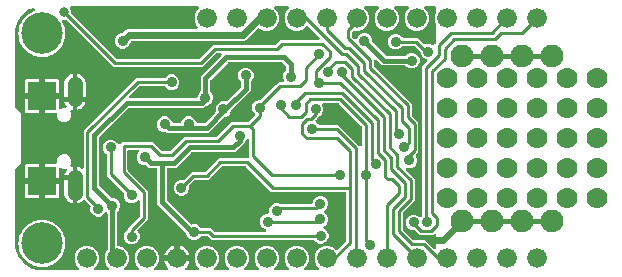
<source format=gbr>
G04 EAGLE Gerber RS-274X export*
G75*
%MOMM*%
%FSLAX34Y34*%
%LPD*%
%INBottom Copper*%
%IPPOS*%
%AMOC8*
5,1,8,0,0,1.08239X$1,22.5*%
G01*
%ADD10C,3.516000*%
%ADD11C,1.676400*%
%ADD12R,2.413000X2.413000*%
%ADD13C,1.308000*%
%ADD14C,0.906400*%
%ADD15C,0.800100*%
%ADD16C,1.930400*%
%ADD17C,0.609600*%
%ADD18C,0.406400*%
%ADD19C,0.254000*%
%ADD20C,0.304800*%
%ADD21C,0.889000*%
%ADD22C,1.778000*%

G36*
X106804Y2558D02*
X106804Y2558D01*
X106943Y2571D01*
X106962Y2578D01*
X106982Y2581D01*
X107111Y2632D01*
X107242Y2679D01*
X107259Y2690D01*
X107278Y2698D01*
X107390Y2779D01*
X107505Y2857D01*
X107519Y2873D01*
X107535Y2884D01*
X107624Y2992D01*
X107716Y3096D01*
X107725Y3114D01*
X107738Y3129D01*
X107797Y3255D01*
X107860Y3379D01*
X107865Y3399D01*
X107873Y3417D01*
X107899Y3553D01*
X107930Y3689D01*
X107929Y3710D01*
X107933Y3729D01*
X107924Y3868D01*
X107920Y4007D01*
X107915Y4027D01*
X107913Y4047D01*
X107871Y4179D01*
X107832Y4313D01*
X107822Y4330D01*
X107815Y4349D01*
X107741Y4467D01*
X107670Y4587D01*
X107652Y4608D01*
X107645Y4618D01*
X107630Y4632D01*
X107564Y4707D01*
X105471Y6801D01*
X103885Y10628D01*
X103885Y14772D01*
X105471Y18599D01*
X108401Y21529D01*
X112228Y23115D01*
X116372Y23115D01*
X120199Y21529D01*
X123129Y18599D01*
X124715Y14772D01*
X124715Y10628D01*
X123129Y6801D01*
X121036Y4707D01*
X120951Y4598D01*
X120862Y4491D01*
X120854Y4472D01*
X120841Y4456D01*
X120786Y4328D01*
X120727Y4203D01*
X120723Y4183D01*
X120715Y4164D01*
X120693Y4026D01*
X120667Y3890D01*
X120668Y3870D01*
X120665Y3850D01*
X120678Y3711D01*
X120687Y3573D01*
X120693Y3554D01*
X120695Y3534D01*
X120742Y3402D01*
X120785Y3271D01*
X120796Y3253D01*
X120802Y3234D01*
X120880Y3119D01*
X120955Y3002D01*
X120970Y2988D01*
X120981Y2971D01*
X121085Y2879D01*
X121186Y2784D01*
X121204Y2774D01*
X121219Y2761D01*
X121344Y2697D01*
X121465Y2630D01*
X121485Y2625D01*
X121503Y2616D01*
X121638Y2586D01*
X121773Y2551D01*
X121801Y2549D01*
X121813Y2546D01*
X121833Y2547D01*
X121934Y2541D01*
X131348Y2541D01*
X131486Y2558D01*
X131624Y2571D01*
X131643Y2578D01*
X131664Y2581D01*
X131793Y2632D01*
X131924Y2679D01*
X131940Y2690D01*
X131959Y2698D01*
X132071Y2779D01*
X132187Y2857D01*
X132200Y2873D01*
X132217Y2884D01*
X132305Y2992D01*
X132397Y3096D01*
X132406Y3114D01*
X132419Y3129D01*
X132479Y3255D01*
X132542Y3379D01*
X132546Y3399D01*
X132555Y3417D01*
X132581Y3554D01*
X132611Y3689D01*
X132611Y3710D01*
X132615Y3729D01*
X132606Y3868D01*
X132602Y4007D01*
X132596Y4027D01*
X132595Y4047D01*
X132552Y4179D01*
X132513Y4313D01*
X132503Y4330D01*
X132497Y4349D01*
X132423Y4467D01*
X132352Y4587D01*
X132333Y4608D01*
X132327Y4618D01*
X132312Y4632D01*
X132245Y4707D01*
X131369Y5584D01*
X130358Y6975D01*
X129577Y8507D01*
X129046Y10142D01*
X129037Y10201D01*
X138470Y10201D01*
X138588Y10216D01*
X138707Y10223D01*
X138745Y10235D01*
X138785Y10241D01*
X138896Y10284D01*
X139009Y10321D01*
X139043Y10343D01*
X139081Y10358D01*
X139177Y10427D01*
X139278Y10491D01*
X139306Y10521D01*
X139338Y10544D01*
X139414Y10636D01*
X139496Y10723D01*
X139515Y10758D01*
X139541Y10789D01*
X139592Y10897D01*
X139649Y11001D01*
X139659Y11041D01*
X139677Y11077D01*
X139697Y11184D01*
X139701Y11154D01*
X139745Y11044D01*
X139781Y10931D01*
X139803Y10896D01*
X139818Y10859D01*
X139888Y10762D01*
X139951Y10662D01*
X139981Y10634D01*
X140005Y10601D01*
X140096Y10525D01*
X140183Y10444D01*
X140219Y10424D01*
X140250Y10399D01*
X140357Y10348D01*
X140462Y10290D01*
X140501Y10280D01*
X140537Y10263D01*
X140654Y10241D01*
X140770Y10211D01*
X140830Y10207D01*
X140850Y10203D01*
X140870Y10205D01*
X140930Y10201D01*
X150363Y10201D01*
X150354Y10142D01*
X149823Y8507D01*
X149042Y6975D01*
X148031Y5584D01*
X147155Y4707D01*
X147070Y4598D01*
X146981Y4491D01*
X146972Y4472D01*
X146960Y4456D01*
X146904Y4328D01*
X146845Y4203D01*
X146841Y4183D01*
X146833Y4164D01*
X146811Y4026D01*
X146785Y3890D01*
X146787Y3870D01*
X146783Y3850D01*
X146796Y3711D01*
X146805Y3573D01*
X146811Y3554D01*
X146813Y3534D01*
X146860Y3402D01*
X146903Y3271D01*
X146914Y3253D01*
X146921Y3234D01*
X146999Y3119D01*
X147073Y3002D01*
X147088Y2988D01*
X147099Y2971D01*
X147203Y2879D01*
X147305Y2784D01*
X147323Y2774D01*
X147338Y2761D01*
X147462Y2698D01*
X147583Y2630D01*
X147603Y2625D01*
X147621Y2616D01*
X147757Y2586D01*
X147891Y2551D01*
X147919Y2549D01*
X147931Y2546D01*
X147952Y2547D01*
X148052Y2541D01*
X157466Y2541D01*
X157604Y2558D01*
X157743Y2571D01*
X157762Y2578D01*
X157782Y2581D01*
X157911Y2632D01*
X158042Y2679D01*
X158059Y2690D01*
X158078Y2698D01*
X158190Y2779D01*
X158305Y2857D01*
X158319Y2873D01*
X158335Y2884D01*
X158424Y2992D01*
X158516Y3096D01*
X158525Y3114D01*
X158538Y3129D01*
X158597Y3255D01*
X158660Y3379D01*
X158665Y3399D01*
X158673Y3417D01*
X158699Y3553D01*
X158730Y3689D01*
X158729Y3710D01*
X158733Y3729D01*
X158724Y3868D01*
X158720Y4007D01*
X158715Y4027D01*
X158713Y4047D01*
X158671Y4179D01*
X158632Y4313D01*
X158622Y4330D01*
X158615Y4349D01*
X158541Y4467D01*
X158470Y4587D01*
X158452Y4608D01*
X158445Y4618D01*
X158430Y4632D01*
X158364Y4707D01*
X156271Y6801D01*
X154685Y10628D01*
X154685Y14772D01*
X156271Y18599D01*
X159201Y21529D01*
X163028Y23115D01*
X167172Y23115D01*
X170999Y21529D01*
X173929Y18599D01*
X175515Y14772D01*
X175515Y10628D01*
X173929Y6801D01*
X171836Y4707D01*
X171751Y4598D01*
X171662Y4491D01*
X171654Y4472D01*
X171641Y4456D01*
X171586Y4328D01*
X171527Y4203D01*
X171523Y4183D01*
X171515Y4164D01*
X171493Y4026D01*
X171467Y3890D01*
X171468Y3870D01*
X171465Y3850D01*
X171478Y3711D01*
X171487Y3573D01*
X171493Y3554D01*
X171495Y3534D01*
X171542Y3402D01*
X171585Y3271D01*
X171596Y3253D01*
X171602Y3234D01*
X171680Y3119D01*
X171755Y3002D01*
X171770Y2988D01*
X171781Y2971D01*
X171885Y2879D01*
X171986Y2784D01*
X172004Y2774D01*
X172019Y2761D01*
X172144Y2697D01*
X172265Y2630D01*
X172285Y2625D01*
X172303Y2616D01*
X172438Y2586D01*
X172573Y2551D01*
X172601Y2549D01*
X172613Y2546D01*
X172633Y2547D01*
X172734Y2541D01*
X182866Y2541D01*
X183004Y2558D01*
X183143Y2571D01*
X183162Y2578D01*
X183182Y2581D01*
X183311Y2632D01*
X183442Y2679D01*
X183459Y2690D01*
X183478Y2698D01*
X183590Y2779D01*
X183705Y2857D01*
X183719Y2873D01*
X183735Y2884D01*
X183824Y2992D01*
X183916Y3096D01*
X183925Y3114D01*
X183938Y3129D01*
X183997Y3255D01*
X184060Y3379D01*
X184065Y3399D01*
X184073Y3417D01*
X184099Y3553D01*
X184130Y3689D01*
X184129Y3710D01*
X184133Y3729D01*
X184124Y3868D01*
X184120Y4007D01*
X184115Y4027D01*
X184113Y4047D01*
X184071Y4179D01*
X184032Y4313D01*
X184022Y4330D01*
X184015Y4349D01*
X183941Y4467D01*
X183870Y4587D01*
X183852Y4608D01*
X183845Y4618D01*
X183830Y4632D01*
X183764Y4707D01*
X181671Y6801D01*
X180085Y10628D01*
X180085Y14772D01*
X181671Y18599D01*
X184601Y21529D01*
X188428Y23115D01*
X192572Y23115D01*
X196399Y21529D01*
X199329Y18599D01*
X200915Y14772D01*
X200915Y10628D01*
X199329Y6801D01*
X197236Y4707D01*
X197151Y4598D01*
X197062Y4491D01*
X197054Y4472D01*
X197041Y4456D01*
X196986Y4328D01*
X196927Y4203D01*
X196923Y4183D01*
X196915Y4164D01*
X196893Y4026D01*
X196867Y3890D01*
X196868Y3870D01*
X196865Y3850D01*
X196878Y3711D01*
X196887Y3573D01*
X196893Y3554D01*
X196895Y3534D01*
X196942Y3402D01*
X196985Y3271D01*
X196996Y3253D01*
X197002Y3234D01*
X197080Y3119D01*
X197155Y3002D01*
X197170Y2988D01*
X197181Y2971D01*
X197285Y2879D01*
X197386Y2784D01*
X197404Y2774D01*
X197419Y2761D01*
X197544Y2697D01*
X197665Y2630D01*
X197685Y2625D01*
X197703Y2616D01*
X197838Y2586D01*
X197973Y2551D01*
X198001Y2549D01*
X198013Y2546D01*
X198033Y2547D01*
X198134Y2541D01*
X208266Y2541D01*
X208404Y2558D01*
X208543Y2571D01*
X208562Y2578D01*
X208582Y2581D01*
X208711Y2632D01*
X208842Y2679D01*
X208859Y2690D01*
X208878Y2698D01*
X208990Y2779D01*
X209105Y2857D01*
X209119Y2873D01*
X209135Y2884D01*
X209224Y2992D01*
X209316Y3096D01*
X209325Y3114D01*
X209338Y3129D01*
X209397Y3255D01*
X209460Y3379D01*
X209465Y3399D01*
X209473Y3417D01*
X209499Y3553D01*
X209530Y3689D01*
X209529Y3710D01*
X209533Y3729D01*
X209524Y3868D01*
X209520Y4007D01*
X209515Y4027D01*
X209513Y4047D01*
X209471Y4179D01*
X209432Y4313D01*
X209422Y4330D01*
X209415Y4349D01*
X209341Y4467D01*
X209270Y4587D01*
X209252Y4608D01*
X209245Y4618D01*
X209230Y4632D01*
X209164Y4707D01*
X207071Y6801D01*
X205485Y10628D01*
X205485Y14772D01*
X207071Y18599D01*
X210001Y21529D01*
X213828Y23115D01*
X217972Y23115D01*
X221799Y21529D01*
X224729Y18599D01*
X226315Y14772D01*
X226315Y10628D01*
X224729Y6801D01*
X222636Y4707D01*
X222551Y4598D01*
X222462Y4491D01*
X222454Y4472D01*
X222441Y4456D01*
X222386Y4328D01*
X222327Y4203D01*
X222323Y4183D01*
X222315Y4164D01*
X222293Y4026D01*
X222267Y3890D01*
X222268Y3870D01*
X222265Y3850D01*
X222278Y3711D01*
X222287Y3573D01*
X222293Y3554D01*
X222295Y3534D01*
X222342Y3402D01*
X222385Y3271D01*
X222396Y3253D01*
X222402Y3234D01*
X222480Y3119D01*
X222555Y3002D01*
X222570Y2988D01*
X222581Y2971D01*
X222685Y2879D01*
X222786Y2784D01*
X222804Y2774D01*
X222819Y2761D01*
X222944Y2697D01*
X223065Y2630D01*
X223085Y2625D01*
X223103Y2616D01*
X223238Y2586D01*
X223373Y2551D01*
X223401Y2549D01*
X223413Y2546D01*
X223433Y2547D01*
X223534Y2541D01*
X233666Y2541D01*
X233804Y2558D01*
X233943Y2571D01*
X233962Y2578D01*
X233982Y2581D01*
X234111Y2632D01*
X234242Y2679D01*
X234259Y2690D01*
X234278Y2698D01*
X234390Y2779D01*
X234505Y2857D01*
X234519Y2873D01*
X234535Y2884D01*
X234624Y2992D01*
X234716Y3096D01*
X234725Y3114D01*
X234738Y3129D01*
X234797Y3255D01*
X234860Y3379D01*
X234865Y3399D01*
X234873Y3417D01*
X234899Y3553D01*
X234930Y3689D01*
X234929Y3710D01*
X234933Y3729D01*
X234924Y3868D01*
X234920Y4007D01*
X234915Y4027D01*
X234913Y4047D01*
X234871Y4179D01*
X234832Y4313D01*
X234822Y4330D01*
X234815Y4349D01*
X234741Y4467D01*
X234670Y4587D01*
X234652Y4608D01*
X234645Y4618D01*
X234630Y4632D01*
X234564Y4707D01*
X232471Y6801D01*
X230885Y10628D01*
X230885Y14772D01*
X232471Y18599D01*
X235401Y21529D01*
X239228Y23115D01*
X243372Y23115D01*
X247199Y21529D01*
X250129Y18599D01*
X251715Y14772D01*
X251715Y10628D01*
X250129Y6801D01*
X248036Y4707D01*
X247951Y4598D01*
X247862Y4491D01*
X247854Y4472D01*
X247841Y4456D01*
X247786Y4328D01*
X247727Y4203D01*
X247723Y4183D01*
X247715Y4164D01*
X247693Y4026D01*
X247667Y3890D01*
X247668Y3870D01*
X247665Y3850D01*
X247678Y3711D01*
X247687Y3573D01*
X247693Y3554D01*
X247695Y3534D01*
X247742Y3402D01*
X247785Y3271D01*
X247796Y3253D01*
X247802Y3234D01*
X247880Y3119D01*
X247955Y3002D01*
X247970Y2988D01*
X247981Y2971D01*
X248085Y2879D01*
X248186Y2784D01*
X248204Y2774D01*
X248219Y2761D01*
X248344Y2697D01*
X248465Y2630D01*
X248485Y2625D01*
X248503Y2616D01*
X248638Y2586D01*
X248773Y2551D01*
X248801Y2549D01*
X248813Y2546D01*
X248833Y2547D01*
X248934Y2541D01*
X259066Y2541D01*
X259204Y2558D01*
X259343Y2571D01*
X259362Y2578D01*
X259382Y2581D01*
X259511Y2632D01*
X259642Y2679D01*
X259659Y2690D01*
X259678Y2698D01*
X259790Y2779D01*
X259905Y2857D01*
X259919Y2873D01*
X259935Y2884D01*
X260024Y2992D01*
X260116Y3096D01*
X260125Y3114D01*
X260138Y3129D01*
X260197Y3255D01*
X260260Y3379D01*
X260265Y3399D01*
X260273Y3417D01*
X260299Y3553D01*
X260330Y3689D01*
X260329Y3710D01*
X260333Y3729D01*
X260324Y3868D01*
X260320Y4007D01*
X260315Y4027D01*
X260313Y4047D01*
X260271Y4179D01*
X260232Y4313D01*
X260222Y4330D01*
X260215Y4349D01*
X260141Y4467D01*
X260070Y4587D01*
X260052Y4608D01*
X260045Y4618D01*
X260030Y4632D01*
X259964Y4707D01*
X257871Y6801D01*
X256285Y10628D01*
X256285Y14772D01*
X257871Y18599D01*
X260801Y21529D01*
X264628Y23115D01*
X268772Y23115D01*
X272599Y21529D01*
X274006Y20122D01*
X274101Y20049D01*
X274190Y19970D01*
X274226Y19952D01*
X274258Y19927D01*
X274367Y19880D01*
X274473Y19826D01*
X274512Y19817D01*
X274550Y19801D01*
X274667Y19782D01*
X274783Y19756D01*
X274824Y19757D01*
X274864Y19751D01*
X274982Y19762D01*
X275101Y19766D01*
X275140Y19777D01*
X275180Y19781D01*
X275292Y19821D01*
X275407Y19854D01*
X275441Y19875D01*
X275480Y19888D01*
X275578Y19955D01*
X275681Y20016D01*
X275726Y20056D01*
X275743Y20067D01*
X275756Y20082D01*
X275801Y20122D01*
X282711Y27031D01*
X282771Y27110D01*
X282839Y27182D01*
X282860Y27219D01*
X282881Y27245D01*
X282889Y27261D01*
X282905Y27283D01*
X282945Y27374D01*
X282993Y27460D01*
X283005Y27507D01*
X283017Y27533D01*
X283019Y27546D01*
X283032Y27574D01*
X283047Y27672D01*
X283072Y27768D01*
X283078Y27868D01*
X283082Y27889D01*
X283080Y27901D01*
X283082Y27929D01*
X283082Y67818D01*
X283067Y67936D01*
X283060Y68055D01*
X283047Y68093D01*
X283042Y68134D01*
X282999Y68244D01*
X282962Y68357D01*
X282940Y68392D01*
X282925Y68429D01*
X282856Y68525D01*
X282792Y68626D01*
X282762Y68654D01*
X282739Y68687D01*
X282647Y68763D01*
X282560Y68844D01*
X282525Y68864D01*
X282494Y68889D01*
X282386Y68940D01*
X282282Y68998D01*
X282242Y69008D01*
X282206Y69025D01*
X282089Y69047D01*
X281974Y69077D01*
X281914Y69081D01*
X281894Y69085D01*
X281873Y69083D01*
X281813Y69087D01*
X219612Y69087D01*
X198394Y90306D01*
X198315Y90366D01*
X198243Y90434D01*
X198190Y90463D01*
X198142Y90500D01*
X198051Y90540D01*
X197965Y90588D01*
X197906Y90603D01*
X197851Y90627D01*
X197753Y90642D01*
X197657Y90667D01*
X197557Y90673D01*
X197536Y90677D01*
X197524Y90675D01*
X197496Y90677D01*
X178424Y90677D01*
X178326Y90665D01*
X178227Y90662D01*
X178168Y90645D01*
X178108Y90637D01*
X178016Y90601D01*
X177921Y90573D01*
X177869Y90543D01*
X177813Y90520D01*
X177733Y90462D01*
X177647Y90412D01*
X177572Y90346D01*
X177555Y90334D01*
X177547Y90324D01*
X177526Y90306D01*
X166468Y79247D01*
X155564Y79247D01*
X155466Y79235D01*
X155367Y79232D01*
X155308Y79215D01*
X155248Y79207D01*
X155156Y79171D01*
X155061Y79143D01*
X155009Y79113D01*
X154953Y79090D01*
X154873Y79032D01*
X154787Y78982D01*
X154712Y78916D01*
X154695Y78904D01*
X154687Y78894D01*
X154666Y78876D01*
X150446Y74656D01*
X150386Y74577D01*
X150318Y74505D01*
X150289Y74452D01*
X150252Y74404D01*
X150212Y74313D01*
X150164Y74227D01*
X150149Y74168D01*
X150125Y74113D01*
X150110Y74015D01*
X150085Y73919D01*
X150079Y73819D01*
X150075Y73798D01*
X150077Y73786D01*
X150075Y73758D01*
X150075Y71084D01*
X149075Y68671D01*
X147229Y66825D01*
X144816Y65825D01*
X142204Y65825D01*
X139791Y66825D01*
X137945Y68671D01*
X136945Y71084D01*
X136945Y73696D01*
X137945Y76109D01*
X139791Y77955D01*
X142204Y78955D01*
X144878Y78955D01*
X144976Y78967D01*
X145075Y78970D01*
X145134Y78987D01*
X145194Y78995D01*
X145286Y79031D01*
X145381Y79059D01*
X145433Y79089D01*
X145489Y79112D01*
X145569Y79170D01*
X145655Y79220D01*
X145730Y79286D01*
X145747Y79298D01*
X145755Y79308D01*
X145776Y79326D01*
X152302Y85853D01*
X163206Y85853D01*
X163304Y85865D01*
X163403Y85868D01*
X163462Y85885D01*
X163522Y85893D01*
X163614Y85929D01*
X163709Y85957D01*
X163761Y85987D01*
X163817Y86010D01*
X163897Y86068D01*
X163983Y86118D01*
X164058Y86184D01*
X164075Y86196D01*
X164083Y86206D01*
X164104Y86224D01*
X175162Y97283D01*
X199898Y97283D01*
X200016Y97298D01*
X200135Y97305D01*
X200173Y97318D01*
X200214Y97323D01*
X200324Y97366D01*
X200437Y97403D01*
X200472Y97425D01*
X200509Y97440D01*
X200605Y97509D01*
X200706Y97573D01*
X200734Y97603D01*
X200767Y97626D01*
X200843Y97718D01*
X200924Y97805D01*
X200944Y97840D01*
X200969Y97871D01*
X201020Y97979D01*
X201078Y98083D01*
X201088Y98123D01*
X201105Y98159D01*
X201127Y98276D01*
X201157Y98391D01*
X201161Y98451D01*
X201165Y98471D01*
X201163Y98492D01*
X201167Y98552D01*
X201167Y112363D01*
X201159Y112432D01*
X201160Y112502D01*
X201139Y112589D01*
X201127Y112678D01*
X201102Y112743D01*
X201085Y112811D01*
X201043Y112890D01*
X201010Y112974D01*
X200969Y113030D01*
X200937Y113092D01*
X200876Y113159D01*
X200824Y113231D01*
X200770Y113276D01*
X200723Y113327D01*
X200648Y113377D01*
X200579Y113434D01*
X200515Y113464D01*
X200457Y113502D01*
X200372Y113531D01*
X200291Y113569D01*
X200222Y113583D01*
X200156Y113605D01*
X200067Y113612D01*
X199979Y113629D01*
X199909Y113625D01*
X199839Y113630D01*
X199751Y113615D01*
X199661Y113610D01*
X199595Y113588D01*
X199526Y113576D01*
X199444Y113539D01*
X199359Y113511D01*
X199300Y113474D01*
X199236Y113445D01*
X199166Y113389D01*
X199090Y113341D01*
X199042Y113290D01*
X198988Y113247D01*
X198933Y113175D01*
X198872Y113110D01*
X198838Y113049D01*
X198796Y112993D01*
X198725Y112848D01*
X198605Y112558D01*
X197476Y111430D01*
X197416Y111351D01*
X197348Y111279D01*
X197319Y111226D01*
X197282Y111178D01*
X197242Y111087D01*
X197194Y111001D01*
X197179Y110942D01*
X197155Y110886D01*
X197140Y110788D01*
X197125Y110732D01*
X189009Y102615D01*
X152704Y102615D01*
X152606Y102603D01*
X152507Y102600D01*
X152449Y102583D01*
X152389Y102575D01*
X152297Y102539D01*
X152202Y102511D01*
X152150Y102481D01*
X152093Y102458D01*
X152013Y102400D01*
X151928Y102350D01*
X151852Y102284D01*
X151836Y102272D01*
X151828Y102262D01*
X151807Y102244D01*
X141596Y92033D01*
X138844Y89280D01*
X132334Y89280D01*
X132216Y89265D01*
X132097Y89258D01*
X132059Y89245D01*
X132018Y89240D01*
X131908Y89197D01*
X131795Y89160D01*
X131760Y89138D01*
X131723Y89123D01*
X131627Y89054D01*
X131526Y88990D01*
X131498Y88960D01*
X131465Y88937D01*
X131389Y88845D01*
X131308Y88758D01*
X131288Y88723D01*
X131263Y88692D01*
X131212Y88584D01*
X131154Y88480D01*
X131144Y88440D01*
X131127Y88404D01*
X131105Y88287D01*
X131075Y88172D01*
X131071Y88112D01*
X131067Y88092D01*
X131069Y88071D01*
X131065Y88011D01*
X131065Y62534D01*
X131077Y62436D01*
X131080Y62337D01*
X131097Y62279D01*
X131105Y62219D01*
X131141Y62127D01*
X131169Y62032D01*
X131199Y61980D01*
X131222Y61923D01*
X131280Y61843D01*
X131330Y61758D01*
X131396Y61682D01*
X131408Y61666D01*
X131418Y61658D01*
X131436Y61637D01*
X151309Y41765D01*
X151332Y41747D01*
X151351Y41724D01*
X151457Y41649D01*
X151560Y41570D01*
X151587Y41558D01*
X151611Y41541D01*
X151732Y41495D01*
X151852Y41443D01*
X151881Y41439D01*
X151909Y41428D01*
X152038Y41414D01*
X152166Y41393D01*
X152195Y41396D01*
X152225Y41393D01*
X152353Y41411D01*
X152483Y41423D01*
X152510Y41433D01*
X152540Y41437D01*
X152692Y41489D01*
X152999Y41617D01*
X155611Y41617D01*
X158024Y40617D01*
X159914Y38726D01*
X159993Y38666D01*
X160065Y38598D01*
X160118Y38569D01*
X160166Y38532D01*
X160257Y38492D01*
X160343Y38444D01*
X160402Y38429D01*
X160458Y38405D01*
X160556Y38390D01*
X160651Y38365D01*
X160751Y38359D01*
X160772Y38355D01*
X160784Y38357D01*
X160812Y38355D01*
X168373Y38355D01*
X171303Y35424D01*
X171382Y35364D01*
X171454Y35296D01*
X171507Y35267D01*
X171555Y35230D01*
X171646Y35190D01*
X171732Y35142D01*
X171791Y35127D01*
X171846Y35103D01*
X171944Y35088D01*
X172040Y35063D01*
X172140Y35057D01*
X172161Y35053D01*
X172173Y35055D01*
X172201Y35053D01*
X214154Y35053D01*
X214223Y35061D01*
X214293Y35060D01*
X214380Y35081D01*
X214469Y35093D01*
X214534Y35118D01*
X214602Y35135D01*
X214681Y35177D01*
X214765Y35210D01*
X214821Y35251D01*
X214883Y35283D01*
X214950Y35344D01*
X215022Y35396D01*
X215067Y35450D01*
X215118Y35497D01*
X215168Y35572D01*
X215225Y35641D01*
X215255Y35705D01*
X215293Y35763D01*
X215322Y35848D01*
X215361Y35929D01*
X215374Y35998D01*
X215396Y36064D01*
X215403Y36153D01*
X215420Y36241D01*
X215416Y36311D01*
X215421Y36381D01*
X215406Y36469D01*
X215401Y36559D01*
X215379Y36625D01*
X215367Y36694D01*
X215330Y36776D01*
X215303Y36861D01*
X215265Y36920D01*
X215237Y36984D01*
X215180Y37054D01*
X215132Y37130D01*
X215082Y37178D01*
X215038Y37232D01*
X214966Y37287D01*
X214901Y37348D01*
X214840Y37382D01*
X214784Y37424D01*
X214639Y37495D01*
X212816Y38250D01*
X210970Y40096D01*
X209970Y42509D01*
X209970Y45121D01*
X210970Y47534D01*
X212816Y49380D01*
X215229Y50380D01*
X216321Y50380D01*
X216439Y50395D01*
X216558Y50402D01*
X216596Y50415D01*
X216637Y50420D01*
X216747Y50463D01*
X216860Y50500D01*
X216895Y50522D01*
X216932Y50537D01*
X217028Y50606D01*
X217129Y50670D01*
X217157Y50700D01*
X217190Y50723D01*
X217266Y50815D01*
X217347Y50902D01*
X217367Y50937D01*
X217392Y50968D01*
X217443Y51076D01*
X217501Y51180D01*
X217511Y51220D01*
X217528Y51256D01*
X217550Y51373D01*
X217580Y51488D01*
X217584Y51548D01*
X217588Y51568D01*
X217586Y51589D01*
X217590Y51649D01*
X217590Y54011D01*
X218590Y56424D01*
X220436Y58270D01*
X222849Y59270D01*
X225461Y59270D01*
X226971Y58644D01*
X226980Y58642D01*
X226988Y58637D01*
X227133Y58600D01*
X227277Y58560D01*
X227287Y58560D01*
X227296Y58558D01*
X227456Y58548D01*
X253405Y58548D01*
X253523Y58563D01*
X253642Y58570D01*
X253680Y58583D01*
X253721Y58588D01*
X253831Y58631D01*
X253944Y58668D01*
X253979Y58690D01*
X254016Y58705D01*
X254112Y58774D01*
X254213Y58838D01*
X254241Y58868D01*
X254274Y58891D01*
X254350Y58983D01*
X254431Y59070D01*
X254451Y59105D01*
X254476Y59136D01*
X254527Y59244D01*
X254585Y59348D01*
X254595Y59388D01*
X254612Y59424D01*
X254634Y59541D01*
X254664Y59656D01*
X254668Y59716D01*
X254672Y59736D01*
X254670Y59757D01*
X254674Y59817D01*
X254674Y60361D01*
X255674Y62774D01*
X257520Y64620D01*
X259933Y65620D01*
X262545Y65620D01*
X264958Y64620D01*
X266804Y62774D01*
X267804Y60361D01*
X267804Y57749D01*
X266804Y55336D01*
X264905Y53437D01*
X264884Y53426D01*
X264869Y53412D01*
X264851Y53403D01*
X264751Y53306D01*
X264648Y53212D01*
X264637Y53195D01*
X264623Y53181D01*
X264550Y53062D01*
X264474Y52946D01*
X264467Y52927D01*
X264457Y52910D01*
X264416Y52777D01*
X264371Y52645D01*
X264369Y52625D01*
X264363Y52606D01*
X264357Y52468D01*
X264346Y52328D01*
X264349Y52308D01*
X264348Y52289D01*
X264376Y52152D01*
X264400Y52015D01*
X264408Y51997D01*
X264412Y51977D01*
X264473Y51852D01*
X264531Y51725D01*
X264543Y51709D01*
X264552Y51691D01*
X264642Y51585D01*
X264729Y51477D01*
X264745Y51465D01*
X264758Y51449D01*
X264872Y51369D01*
X264878Y51365D01*
X266804Y49439D01*
X267804Y47026D01*
X267804Y44414D01*
X266804Y42001D01*
X264958Y40155D01*
X264552Y39987D01*
X264431Y39918D01*
X264308Y39853D01*
X264293Y39839D01*
X264275Y39829D01*
X264176Y39732D01*
X264073Y39639D01*
X264062Y39622D01*
X264047Y39608D01*
X263974Y39489D01*
X263898Y39373D01*
X263891Y39354D01*
X263881Y39337D01*
X263840Y39204D01*
X263795Y39072D01*
X263793Y39052D01*
X263787Y39033D01*
X263781Y38894D01*
X263769Y38755D01*
X263773Y38735D01*
X263772Y38715D01*
X263800Y38579D01*
X263824Y38442D01*
X263832Y38423D01*
X263836Y38404D01*
X263897Y38279D01*
X263954Y38152D01*
X263967Y38136D01*
X263976Y38118D01*
X264066Y38012D01*
X264153Y37903D01*
X264169Y37891D01*
X264182Y37876D01*
X264296Y37796D01*
X264407Y37712D01*
X264432Y37700D01*
X264442Y37693D01*
X264461Y37686D01*
X264552Y37641D01*
X265339Y37315D01*
X267185Y35469D01*
X268185Y33056D01*
X268185Y30444D01*
X267185Y28031D01*
X265339Y26185D01*
X262926Y25185D01*
X260314Y25185D01*
X257901Y26185D01*
X256011Y28076D01*
X255932Y28136D01*
X255860Y28204D01*
X255807Y28233D01*
X255759Y28270D01*
X255668Y28310D01*
X255582Y28358D01*
X255523Y28373D01*
X255467Y28397D01*
X255369Y28412D01*
X255274Y28437D01*
X255174Y28443D01*
X255153Y28447D01*
X255141Y28445D01*
X255113Y28447D01*
X168939Y28447D01*
X166009Y31378D01*
X165930Y31438D01*
X165858Y31506D01*
X165805Y31535D01*
X165757Y31572D01*
X165666Y31612D01*
X165580Y31660D01*
X165521Y31675D01*
X165466Y31699D01*
X165368Y31714D01*
X165272Y31739D01*
X165172Y31745D01*
X165151Y31749D01*
X165139Y31747D01*
X165111Y31749D01*
X160812Y31749D01*
X160714Y31737D01*
X160615Y31734D01*
X160556Y31717D01*
X160496Y31709D01*
X160404Y31673D01*
X160309Y31645D01*
X160257Y31615D01*
X160201Y31592D01*
X160121Y31534D01*
X160035Y31484D01*
X159960Y31418D01*
X159943Y31406D01*
X159936Y31396D01*
X159932Y31393D01*
X159928Y31390D01*
X159926Y31387D01*
X159914Y31378D01*
X158024Y29487D01*
X155611Y28487D01*
X152999Y28487D01*
X150586Y29487D01*
X148740Y31333D01*
X147773Y33667D01*
X147769Y33675D01*
X147766Y33684D01*
X147690Y33813D01*
X147616Y33943D01*
X147609Y33950D01*
X147604Y33958D01*
X147498Y34079D01*
X122935Y58641D01*
X122935Y88011D01*
X122920Y88129D01*
X122913Y88248D01*
X122900Y88286D01*
X122895Y88327D01*
X122852Y88437D01*
X122815Y88550D01*
X122793Y88585D01*
X122778Y88622D01*
X122709Y88718D01*
X122645Y88819D01*
X122615Y88847D01*
X122592Y88880D01*
X122500Y88956D01*
X122413Y89037D01*
X122378Y89057D01*
X122347Y89082D01*
X122239Y89133D01*
X122135Y89191D01*
X122095Y89201D01*
X122059Y89218D01*
X121942Y89240D01*
X121827Y89270D01*
X121767Y89274D01*
X121747Y89278D01*
X121726Y89276D01*
X121666Y89280D01*
X115791Y89280D01*
X113583Y91489D01*
X113505Y91549D01*
X113433Y91617D01*
X113380Y91646D01*
X113332Y91683D01*
X113241Y91723D01*
X113154Y91771D01*
X113096Y91786D01*
X113040Y91810D01*
X112942Y91825D01*
X112846Y91850D01*
X112746Y91856D01*
X112726Y91860D01*
X112714Y91858D01*
X112686Y91860D01*
X111089Y91860D01*
X108676Y92860D01*
X106830Y94706D01*
X105830Y97119D01*
X105830Y99731D01*
X106830Y102144D01*
X107167Y102480D01*
X107252Y102590D01*
X107340Y102697D01*
X107349Y102716D01*
X107362Y102732D01*
X107417Y102860D01*
X107476Y102985D01*
X107480Y103005D01*
X107488Y103024D01*
X107510Y103162D01*
X107536Y103298D01*
X107535Y103318D01*
X107538Y103338D01*
X107525Y103477D01*
X107516Y103615D01*
X107510Y103634D01*
X107508Y103654D01*
X107461Y103785D01*
X107418Y103917D01*
X107407Y103935D01*
X107400Y103954D01*
X107322Y104068D01*
X107248Y104186D01*
X107233Y104200D01*
X107222Y104217D01*
X107118Y104309D01*
X107016Y104404D01*
X106998Y104414D01*
X106983Y104427D01*
X106860Y104490D01*
X106738Y104558D01*
X106718Y104563D01*
X106700Y104572D01*
X106564Y104602D01*
X106430Y104637D01*
X106402Y104639D01*
X106390Y104642D01*
X106369Y104641D01*
X106269Y104647D01*
X99187Y104647D01*
X99069Y104632D01*
X98950Y104625D01*
X98912Y104612D01*
X98871Y104607D01*
X98761Y104564D01*
X98648Y104527D01*
X98613Y104505D01*
X98576Y104490D01*
X98480Y104421D01*
X98379Y104357D01*
X98351Y104327D01*
X98318Y104304D01*
X98242Y104212D01*
X98161Y104125D01*
X98141Y104090D01*
X98116Y104059D01*
X98065Y103951D01*
X98007Y103847D01*
X97997Y103807D01*
X97980Y103771D01*
X97958Y103654D01*
X97928Y103539D01*
X97924Y103479D01*
X97920Y103459D01*
X97922Y103438D01*
X97918Y103378D01*
X97918Y87619D01*
X97930Y87521D01*
X97933Y87422D01*
X97950Y87363D01*
X97958Y87303D01*
X97994Y87211D01*
X98022Y87116D01*
X98052Y87064D01*
X98075Y87008D01*
X98133Y86928D01*
X98183Y86842D01*
X98249Y86767D01*
X98261Y86750D01*
X98271Y86742D01*
X98289Y86721D01*
X115063Y69948D01*
X115063Y45622D01*
X112757Y43316D01*
X112756Y43316D01*
X106617Y37177D01*
X106544Y37082D01*
X106466Y36993D01*
X106447Y36957D01*
X106422Y36925D01*
X106375Y36816D01*
X106321Y36710D01*
X106312Y36671D01*
X106296Y36633D01*
X106277Y36516D01*
X106251Y36400D01*
X106253Y36359D01*
X106246Y36319D01*
X106257Y36201D01*
X106261Y36082D01*
X106272Y36043D01*
X106276Y36003D01*
X106316Y35891D01*
X106349Y35776D01*
X106370Y35742D01*
X106384Y35703D01*
X106450Y35605D01*
X106511Y35502D01*
X106551Y35457D01*
X106562Y35440D01*
X106578Y35427D01*
X106617Y35382D01*
X107165Y34834D01*
X108165Y32421D01*
X108165Y29809D01*
X107165Y27396D01*
X105319Y25550D01*
X102906Y24550D01*
X100294Y24550D01*
X97881Y25550D01*
X96035Y27396D01*
X95035Y29809D01*
X95035Y32421D01*
X96035Y34834D01*
X97926Y36724D01*
X97986Y36803D01*
X98054Y36875D01*
X98083Y36928D01*
X98120Y36976D01*
X98160Y37067D01*
X98208Y37153D01*
X98223Y37212D01*
X98247Y37268D01*
X98262Y37366D01*
X98287Y37461D01*
X98293Y37561D01*
X98297Y37582D01*
X98295Y37594D01*
X98297Y37622D01*
X98297Y38198D01*
X100603Y40504D01*
X100604Y40504D01*
X108086Y47986D01*
X108146Y48065D01*
X108214Y48137D01*
X108243Y48190D01*
X108280Y48238D01*
X108320Y48329D01*
X108368Y48415D01*
X108383Y48474D01*
X108407Y48529D01*
X108422Y48627D01*
X108447Y48723D01*
X108453Y48823D01*
X108457Y48843D01*
X108455Y48856D01*
X108457Y48884D01*
X108457Y60549D01*
X108440Y60687D01*
X108427Y60825D01*
X108420Y60844D01*
X108417Y60865D01*
X108366Y60994D01*
X108319Y61125D01*
X108308Y61142D01*
X108300Y61160D01*
X108219Y61273D01*
X108141Y61388D01*
X108125Y61401D01*
X108114Y61418D01*
X108006Y61506D01*
X107902Y61598D01*
X107884Y61608D01*
X107869Y61620D01*
X107743Y61680D01*
X107619Y61743D01*
X107599Y61747D01*
X107581Y61756D01*
X107444Y61782D01*
X107309Y61813D01*
X107288Y61812D01*
X107269Y61816D01*
X107130Y61807D01*
X106991Y61803D01*
X106971Y61797D01*
X106951Y61796D01*
X106819Y61753D01*
X106685Y61715D01*
X106668Y61704D01*
X106649Y61698D01*
X106531Y61624D01*
X106411Y61553D01*
X106390Y61534D01*
X106380Y61528D01*
X106366Y61513D01*
X106291Y61447D01*
X105319Y60475D01*
X102906Y59475D01*
X100294Y59475D01*
X97881Y60475D01*
X96035Y62321D01*
X95035Y64734D01*
X95035Y67408D01*
X95023Y67506D01*
X95020Y67605D01*
X95003Y67664D01*
X94995Y67724D01*
X94959Y67816D01*
X94931Y67911D01*
X94901Y67963D01*
X94878Y68019D01*
X94820Y68099D01*
X94770Y68185D01*
X94704Y68260D01*
X94692Y68277D01*
X94682Y68285D01*
X94664Y68306D01*
X80517Y82452D01*
X80517Y100173D01*
X80505Y100271D01*
X80502Y100370D01*
X80485Y100428D01*
X80477Y100489D01*
X80441Y100581D01*
X80413Y100676D01*
X80383Y100728D01*
X80360Y100784D01*
X80302Y100864D01*
X80252Y100950D01*
X80186Y101025D01*
X80174Y101042D01*
X80164Y101049D01*
X80146Y101071D01*
X78255Y102961D01*
X77255Y105374D01*
X77255Y107986D01*
X78255Y110399D01*
X80101Y112245D01*
X82514Y113245D01*
X85126Y113245D01*
X87539Y112245D01*
X89385Y110399D01*
X89539Y110027D01*
X89564Y109984D01*
X89581Y109937D01*
X89642Y109846D01*
X89697Y109751D01*
X89731Y109715D01*
X89759Y109674D01*
X89842Y109601D01*
X89918Y109522D01*
X89961Y109496D01*
X89998Y109463D01*
X90095Y109414D01*
X90189Y109356D01*
X90237Y109341D01*
X90281Y109319D01*
X90388Y109295D01*
X90493Y109262D01*
X90543Y109260D01*
X90591Y109249D01*
X90701Y109252D01*
X90811Y109247D01*
X90859Y109257D01*
X90909Y109259D01*
X91015Y109289D01*
X91122Y109312D01*
X91167Y109333D01*
X91215Y109347D01*
X91309Y109403D01*
X91408Y109451D01*
X91446Y109484D01*
X91489Y109509D01*
X91609Y109615D01*
X93247Y111253D01*
X119478Y111253D01*
X126726Y104004D01*
X126805Y103944D01*
X126877Y103876D01*
X126930Y103847D01*
X126978Y103810D01*
X127069Y103770D01*
X127155Y103722D01*
X127214Y103707D01*
X127269Y103683D01*
X127367Y103668D01*
X127463Y103643D01*
X127563Y103637D01*
X127584Y103633D01*
X127596Y103635D01*
X127624Y103633D01*
X133361Y103633D01*
X133459Y103645D01*
X133558Y103648D01*
X133617Y103665D01*
X133677Y103673D01*
X133769Y103709D01*
X133864Y103737D01*
X133916Y103767D01*
X133972Y103790D01*
X134052Y103848D01*
X134138Y103898D01*
X134213Y103964D01*
X134230Y103976D01*
X134238Y103986D01*
X134259Y104004D01*
X145952Y115698D01*
X172731Y115698D01*
X172829Y115710D01*
X172928Y115713D01*
X172987Y115730D01*
X173047Y115738D01*
X173139Y115774D01*
X173234Y115802D01*
X173286Y115832D01*
X173342Y115855D01*
X173422Y115913D01*
X173508Y115963D01*
X173583Y116029D01*
X173600Y116041D01*
X173608Y116051D01*
X173629Y116069D01*
X185957Y128398D01*
X200036Y128398D01*
X200134Y128410D01*
X200233Y128413D01*
X200292Y128430D01*
X200352Y128438D01*
X200444Y128474D01*
X200539Y128502D01*
X200591Y128532D01*
X200647Y128555D01*
X200727Y128613D01*
X200813Y128663D01*
X200888Y128729D01*
X200905Y128741D01*
X200913Y128751D01*
X200934Y128769D01*
X205803Y133638D01*
X205876Y133733D01*
X205954Y133822D01*
X205973Y133858D01*
X205998Y133890D01*
X206045Y133999D01*
X206099Y134105D01*
X206108Y134144D01*
X206124Y134182D01*
X206143Y134299D01*
X206169Y134415D01*
X206167Y134456D01*
X206174Y134496D01*
X206163Y134614D01*
X206159Y134733D01*
X206148Y134772D01*
X206144Y134812D01*
X206104Y134924D01*
X206071Y135039D01*
X206050Y135073D01*
X206050Y135074D01*
X206047Y135082D01*
X206047Y135083D01*
X206036Y135112D01*
X205969Y135210D01*
X205909Y135313D01*
X205882Y135344D01*
X205877Y135351D01*
X205868Y135359D01*
X205858Y135375D01*
X205842Y135388D01*
X205803Y135433D01*
X204620Y136616D01*
X203620Y139029D01*
X203620Y141641D01*
X204620Y144054D01*
X206466Y145900D01*
X208879Y146900D01*
X210283Y146900D01*
X210381Y146912D01*
X210480Y146915D01*
X210539Y146932D01*
X210599Y146940D01*
X210691Y146976D01*
X210786Y147004D01*
X210838Y147034D01*
X210894Y147057D01*
X210974Y147115D01*
X211060Y147165D01*
X211135Y147231D01*
X211152Y147243D01*
X211160Y147253D01*
X211181Y147271D01*
X223656Y159746D01*
X225962Y162053D01*
X229108Y162053D01*
X229158Y162059D01*
X229207Y162057D01*
X229315Y162079D01*
X229424Y162093D01*
X229470Y162111D01*
X229519Y162121D01*
X229617Y162169D01*
X229720Y162210D01*
X229760Y162239D01*
X229804Y162261D01*
X229888Y162332D01*
X229977Y162396D01*
X230009Y162435D01*
X230046Y162467D01*
X230110Y162557D01*
X230180Y162641D01*
X230201Y162686D01*
X230229Y162727D01*
X230268Y162830D01*
X230315Y162929D01*
X230325Y162978D01*
X230342Y163024D01*
X230354Y163134D01*
X230375Y163241D01*
X230372Y163291D01*
X230377Y163340D01*
X230362Y163449D01*
X230355Y163559D01*
X230340Y163606D01*
X230333Y163655D01*
X230281Y163808D01*
X229655Y165318D01*
X229655Y167930D01*
X230655Y170343D01*
X231784Y171471D01*
X231844Y171550D01*
X231912Y171622D01*
X231941Y171675D01*
X231978Y171723D01*
X232018Y171814D01*
X232066Y171900D01*
X232081Y171959D01*
X232105Y172015D01*
X232120Y172113D01*
X232145Y172208D01*
X232151Y172308D01*
X232155Y172329D01*
X232153Y172341D01*
X232155Y172369D01*
X232155Y174956D01*
X232143Y175054D01*
X232140Y175153D01*
X232123Y175211D01*
X232115Y175271D01*
X232079Y175363D01*
X232051Y175458D01*
X232021Y175510D01*
X231998Y175567D01*
X231940Y175647D01*
X231890Y175732D01*
X231824Y175808D01*
X231812Y175824D01*
X231802Y175832D01*
X231784Y175853D01*
X229193Y178444D01*
X229115Y178504D01*
X229043Y178572D01*
X228990Y178601D01*
X228942Y178638D01*
X228851Y178678D01*
X228764Y178726D01*
X228706Y178741D01*
X228650Y178765D01*
X228552Y178780D01*
X228456Y178805D01*
X228356Y178811D01*
X228336Y178815D01*
X228324Y178813D01*
X228296Y178815D01*
X183819Y178815D01*
X183721Y178803D01*
X183622Y178800D01*
X183564Y178783D01*
X183504Y178775D01*
X183412Y178739D01*
X183317Y178711D01*
X183265Y178681D01*
X183208Y178658D01*
X183128Y178600D01*
X183043Y178550D01*
X182967Y178484D01*
X182951Y178472D01*
X182943Y178462D01*
X182922Y178444D01*
X168266Y163788D01*
X168206Y163710D01*
X168138Y163638D01*
X168109Y163585D01*
X168072Y163537D01*
X168032Y163446D01*
X167984Y163359D01*
X167969Y163301D01*
X167945Y163245D01*
X167930Y163147D01*
X167905Y163051D01*
X167899Y162951D01*
X167895Y162931D01*
X167897Y162919D01*
X167895Y162891D01*
X167895Y154335D01*
X167907Y154237D01*
X167910Y154138D01*
X167927Y154080D01*
X167935Y154019D01*
X167971Y153927D01*
X167999Y153832D01*
X168029Y153780D01*
X168052Y153724D01*
X168110Y153644D01*
X168160Y153558D01*
X168226Y153483D01*
X168238Y153466D01*
X168248Y153459D01*
X168266Y153437D01*
X169395Y152309D01*
X170395Y149896D01*
X170395Y147284D01*
X169395Y144871D01*
X167549Y143025D01*
X165136Y142025D01*
X164809Y142025D01*
X164711Y142013D01*
X164612Y142010D01*
X164554Y141993D01*
X164494Y141985D01*
X164402Y141949D01*
X164307Y141921D01*
X164255Y141891D01*
X164198Y141868D01*
X164118Y141810D01*
X164033Y141760D01*
X163957Y141694D01*
X163941Y141682D01*
X163933Y141672D01*
X163912Y141654D01*
X162339Y140080D01*
X99364Y140080D01*
X99266Y140068D01*
X99167Y140065D01*
X99109Y140048D01*
X99049Y140040D01*
X98957Y140004D01*
X98862Y139976D01*
X98810Y139946D01*
X98753Y139923D01*
X98673Y139865D01*
X98588Y139815D01*
X98512Y139749D01*
X98496Y139737D01*
X98488Y139727D01*
X98467Y139709D01*
X74286Y115528D01*
X74226Y115450D01*
X74158Y115378D01*
X74129Y115325D01*
X74092Y115277D01*
X74052Y115186D01*
X74004Y115099D01*
X73989Y115041D01*
X73965Y114985D01*
X73950Y114887D01*
X73925Y114791D01*
X73919Y114691D01*
X73915Y114671D01*
X73917Y114659D01*
X73915Y114631D01*
X73915Y74599D01*
X73927Y74501D01*
X73930Y74402D01*
X73947Y74344D01*
X73955Y74284D01*
X73991Y74192D01*
X74019Y74097D01*
X74049Y74045D01*
X74072Y73988D01*
X74130Y73908D01*
X74180Y73823D01*
X74246Y73747D01*
X74258Y73731D01*
X74268Y73723D01*
X74286Y73702D01*
X83902Y64086D01*
X83980Y64026D01*
X84052Y63958D01*
X84105Y63929D01*
X84153Y63892D01*
X84244Y63852D01*
X84331Y63804D01*
X84389Y63789D01*
X84445Y63765D01*
X84543Y63750D01*
X84639Y63725D01*
X84739Y63719D01*
X84759Y63715D01*
X84771Y63717D01*
X84799Y63715D01*
X86396Y63715D01*
X88809Y62715D01*
X90655Y60869D01*
X91655Y58456D01*
X91655Y55844D01*
X90655Y53431D01*
X89526Y52303D01*
X89466Y52224D01*
X89398Y52152D01*
X89369Y52099D01*
X89332Y52051D01*
X89292Y51960D01*
X89244Y51874D01*
X89229Y51815D01*
X89205Y51759D01*
X89190Y51661D01*
X89165Y51566D01*
X89159Y51466D01*
X89155Y51445D01*
X89157Y51433D01*
X89155Y51405D01*
X89155Y24384D01*
X89170Y24266D01*
X89177Y24147D01*
X89190Y24109D01*
X89195Y24068D01*
X89238Y23958D01*
X89275Y23845D01*
X89297Y23810D01*
X89312Y23773D01*
X89381Y23677D01*
X89445Y23576D01*
X89475Y23548D01*
X89498Y23515D01*
X89590Y23439D01*
X89677Y23358D01*
X89712Y23338D01*
X89743Y23313D01*
X89851Y23262D01*
X89955Y23204D01*
X89995Y23194D01*
X90031Y23177D01*
X90148Y23155D01*
X90263Y23125D01*
X90323Y23121D01*
X90343Y23117D01*
X90364Y23119D01*
X90424Y23115D01*
X90972Y23115D01*
X94799Y21529D01*
X97729Y18599D01*
X99315Y14772D01*
X99315Y10628D01*
X97729Y6801D01*
X95636Y4707D01*
X95551Y4598D01*
X95462Y4491D01*
X95454Y4472D01*
X95441Y4456D01*
X95386Y4328D01*
X95327Y4203D01*
X95323Y4183D01*
X95315Y4164D01*
X95293Y4026D01*
X95267Y3890D01*
X95268Y3870D01*
X95265Y3850D01*
X95278Y3711D01*
X95287Y3573D01*
X95293Y3554D01*
X95295Y3534D01*
X95342Y3402D01*
X95385Y3271D01*
X95396Y3253D01*
X95402Y3234D01*
X95480Y3119D01*
X95555Y3002D01*
X95570Y2988D01*
X95581Y2971D01*
X95685Y2879D01*
X95786Y2784D01*
X95804Y2774D01*
X95819Y2761D01*
X95944Y2697D01*
X96065Y2630D01*
X96085Y2625D01*
X96103Y2616D01*
X96238Y2586D01*
X96373Y2551D01*
X96401Y2549D01*
X96413Y2546D01*
X96433Y2547D01*
X96534Y2541D01*
X106666Y2541D01*
X106804Y2558D01*
G37*
G36*
X56004Y2558D02*
X56004Y2558D01*
X56143Y2571D01*
X56162Y2578D01*
X56182Y2581D01*
X56311Y2632D01*
X56442Y2679D01*
X56459Y2690D01*
X56478Y2698D01*
X56590Y2779D01*
X56705Y2857D01*
X56719Y2873D01*
X56735Y2884D01*
X56824Y2992D01*
X56916Y3096D01*
X56925Y3114D01*
X56938Y3129D01*
X56997Y3255D01*
X57060Y3379D01*
X57065Y3399D01*
X57073Y3417D01*
X57099Y3553D01*
X57130Y3689D01*
X57129Y3710D01*
X57133Y3729D01*
X57124Y3868D01*
X57120Y4007D01*
X57115Y4027D01*
X57113Y4047D01*
X57071Y4179D01*
X57032Y4313D01*
X57022Y4330D01*
X57015Y4349D01*
X56941Y4467D01*
X56870Y4587D01*
X56852Y4608D01*
X56845Y4618D01*
X56830Y4632D01*
X56764Y4707D01*
X54671Y6801D01*
X53085Y10628D01*
X53085Y14772D01*
X54671Y18599D01*
X57601Y21529D01*
X61428Y23115D01*
X65572Y23115D01*
X69399Y21529D01*
X72329Y18599D01*
X73915Y14772D01*
X73915Y10628D01*
X72329Y6801D01*
X70236Y4707D01*
X70151Y4598D01*
X70062Y4491D01*
X70054Y4472D01*
X70041Y4456D01*
X69986Y4328D01*
X69927Y4203D01*
X69923Y4183D01*
X69915Y4164D01*
X69893Y4026D01*
X69867Y3890D01*
X69868Y3870D01*
X69865Y3850D01*
X69878Y3711D01*
X69887Y3573D01*
X69893Y3554D01*
X69895Y3534D01*
X69942Y3402D01*
X69985Y3271D01*
X69996Y3253D01*
X70002Y3234D01*
X70080Y3119D01*
X70155Y3002D01*
X70170Y2988D01*
X70181Y2971D01*
X70285Y2879D01*
X70386Y2784D01*
X70404Y2774D01*
X70419Y2761D01*
X70544Y2697D01*
X70665Y2630D01*
X70685Y2625D01*
X70703Y2616D01*
X70838Y2586D01*
X70973Y2551D01*
X71001Y2549D01*
X71013Y2546D01*
X71033Y2547D01*
X71134Y2541D01*
X81266Y2541D01*
X81404Y2558D01*
X81543Y2571D01*
X81562Y2578D01*
X81582Y2581D01*
X81711Y2632D01*
X81842Y2679D01*
X81859Y2690D01*
X81878Y2698D01*
X81990Y2779D01*
X82105Y2857D01*
X82119Y2873D01*
X82135Y2884D01*
X82224Y2992D01*
X82316Y3096D01*
X82325Y3114D01*
X82338Y3129D01*
X82397Y3255D01*
X82460Y3379D01*
X82465Y3399D01*
X82473Y3417D01*
X82499Y3553D01*
X82530Y3689D01*
X82529Y3710D01*
X82533Y3729D01*
X82524Y3868D01*
X82520Y4007D01*
X82515Y4027D01*
X82513Y4047D01*
X82471Y4179D01*
X82432Y4313D01*
X82422Y4330D01*
X82415Y4349D01*
X82341Y4467D01*
X82270Y4587D01*
X82252Y4608D01*
X82245Y4618D01*
X82230Y4632D01*
X82164Y4707D01*
X80071Y6801D01*
X78485Y10628D01*
X78485Y14772D01*
X80071Y18599D01*
X80654Y19182D01*
X80714Y19260D01*
X80782Y19333D01*
X80811Y19386D01*
X80848Y19433D01*
X80888Y19524D01*
X80936Y19611D01*
X80951Y19670D01*
X80975Y19725D01*
X80990Y19823D01*
X81015Y19919D01*
X81021Y20019D01*
X81025Y20039D01*
X81023Y20052D01*
X81025Y20080D01*
X81025Y50389D01*
X81017Y50458D01*
X81018Y50528D01*
X80997Y50615D01*
X80985Y50704D01*
X80960Y50769D01*
X80943Y50837D01*
X80901Y50917D01*
X80868Y51000D01*
X80827Y51057D01*
X80795Y51118D01*
X80734Y51185D01*
X80682Y51258D01*
X80628Y51302D01*
X80581Y51354D01*
X80506Y51403D01*
X80437Y51460D01*
X80373Y51490D01*
X80315Y51528D01*
X80230Y51558D01*
X80149Y51596D01*
X80080Y51609D01*
X80014Y51632D01*
X79925Y51639D01*
X79837Y51656D01*
X79767Y51651D01*
X79697Y51657D01*
X79609Y51641D01*
X79519Y51636D01*
X79453Y51614D01*
X79384Y51602D01*
X79302Y51566D01*
X79217Y51538D01*
X79158Y51501D01*
X79094Y51472D01*
X79024Y51416D01*
X78948Y51368D01*
X78900Y51317D01*
X78846Y51273D01*
X78792Y51202D01*
X78730Y51136D01*
X78696Y51075D01*
X78654Y51019D01*
X78593Y50894D01*
X76744Y49045D01*
X74331Y48045D01*
X71719Y48045D01*
X69306Y49045D01*
X67460Y50891D01*
X66460Y53304D01*
X66460Y55916D01*
X66643Y56356D01*
X66651Y56385D01*
X66664Y56411D01*
X66692Y56538D01*
X66727Y56663D01*
X66727Y56693D01*
X66734Y56721D01*
X66730Y56851D01*
X66732Y56981D01*
X66725Y57010D01*
X66724Y57039D01*
X66688Y57164D01*
X66658Y57290D01*
X66644Y57317D01*
X66636Y57345D01*
X66570Y57456D01*
X66509Y57571D01*
X66489Y57593D01*
X66474Y57619D01*
X66368Y57740D01*
X61987Y62120D01*
X61893Y62193D01*
X61804Y62272D01*
X61768Y62290D01*
X61736Y62315D01*
X61626Y62362D01*
X61521Y62416D01*
X61481Y62425D01*
X61444Y62441D01*
X61326Y62460D01*
X61210Y62486D01*
X61170Y62485D01*
X61130Y62491D01*
X61011Y62480D01*
X60892Y62476D01*
X60854Y62465D01*
X60813Y62461D01*
X60701Y62421D01*
X60587Y62388D01*
X60552Y62367D01*
X60514Y62354D01*
X60416Y62287D01*
X60313Y62226D01*
X60268Y62187D01*
X60251Y62175D01*
X60237Y62160D01*
X60192Y62120D01*
X59366Y61294D01*
X58209Y60453D01*
X56936Y59805D01*
X55576Y59363D01*
X55449Y59343D01*
X55449Y80570D01*
X55434Y80688D01*
X55427Y80807D01*
X55414Y80845D01*
X55409Y80885D01*
X55366Y80996D01*
X55329Y81109D01*
X55307Y81143D01*
X55292Y81181D01*
X55223Y81277D01*
X55212Y81294D01*
X55226Y81318D01*
X55251Y81350D01*
X55302Y81457D01*
X55360Y81562D01*
X55370Y81601D01*
X55387Y81637D01*
X55409Y81754D01*
X55439Y81870D01*
X55443Y81930D01*
X55447Y81950D01*
X55445Y81970D01*
X55449Y82030D01*
X55449Y90177D01*
X55576Y90157D01*
X56936Y89715D01*
X58209Y89067D01*
X58690Y88717D01*
X58725Y88698D01*
X58755Y88673D01*
X58864Y88622D01*
X58969Y88564D01*
X59007Y88554D01*
X59043Y88537D01*
X59161Y88515D01*
X59277Y88485D01*
X59316Y88485D01*
X59356Y88477D01*
X59475Y88485D01*
X59595Y88485D01*
X59633Y88495D01*
X59673Y88497D01*
X59787Y88534D01*
X59903Y88564D01*
X59938Y88583D01*
X59975Y88595D01*
X60077Y88659D01*
X60181Y88717D01*
X60210Y88744D01*
X60244Y88765D01*
X60326Y88853D01*
X60413Y88934D01*
X60435Y88968D01*
X60462Y88997D01*
X60520Y89102D01*
X60584Y89203D01*
X60596Y89241D01*
X60616Y89276D01*
X60645Y89391D01*
X60683Y89505D01*
X60685Y89545D01*
X60695Y89583D01*
X60705Y89744D01*
X60705Y120748D01*
X105185Y165228D01*
X128748Y165228D01*
X128846Y165240D01*
X128945Y165243D01*
X129003Y165260D01*
X129064Y165268D01*
X129156Y165304D01*
X129251Y165332D01*
X129303Y165362D01*
X129359Y165385D01*
X129439Y165443D01*
X129525Y165493D01*
X129600Y165559D01*
X129617Y165571D01*
X129624Y165581D01*
X129646Y165599D01*
X131536Y167490D01*
X133949Y168490D01*
X136561Y168490D01*
X138974Y167490D01*
X140820Y165644D01*
X141820Y163231D01*
X141820Y160619D01*
X140820Y158206D01*
X138974Y156360D01*
X136561Y155360D01*
X133949Y155360D01*
X131536Y156360D01*
X129646Y158251D01*
X129567Y158311D01*
X129495Y158379D01*
X129442Y158408D01*
X129394Y158445D01*
X129303Y158485D01*
X129217Y158533D01*
X129158Y158548D01*
X129102Y158572D01*
X129004Y158587D01*
X128909Y158612D01*
X128809Y158618D01*
X128788Y158622D01*
X128776Y158620D01*
X128748Y158622D01*
X108447Y158622D01*
X108349Y158610D01*
X108250Y158607D01*
X108191Y158590D01*
X108131Y158582D01*
X108039Y158546D01*
X107944Y158518D01*
X107892Y158488D01*
X107836Y158465D01*
X107756Y158407D01*
X107670Y158357D01*
X107595Y158291D01*
X107578Y158279D01*
X107570Y158269D01*
X107549Y158251D01*
X99675Y150376D01*
X99590Y150267D01*
X99501Y150160D01*
X99493Y150141D01*
X99480Y150125D01*
X99425Y149997D01*
X99366Y149872D01*
X99362Y149852D01*
X99354Y149833D01*
X99332Y149695D01*
X99306Y149559D01*
X99307Y149539D01*
X99304Y149519D01*
X99317Y149380D01*
X99326Y149242D01*
X99332Y149223D01*
X99334Y149203D01*
X99381Y149071D01*
X99424Y148940D01*
X99435Y148922D01*
X99442Y148903D01*
X99520Y148788D01*
X99594Y148671D01*
X99609Y148657D01*
X99620Y148640D01*
X99724Y148548D01*
X99826Y148453D01*
X99843Y148443D01*
X99859Y148430D01*
X99983Y148366D01*
X100104Y148299D01*
X100124Y148294D01*
X100142Y148285D01*
X100278Y148255D01*
X100412Y148220D01*
X100440Y148218D01*
X100452Y148215D01*
X100473Y148216D01*
X100573Y148210D01*
X155996Y148210D01*
X156114Y148225D01*
X156233Y148232D01*
X156271Y148245D01*
X156312Y148250D01*
X156422Y148293D01*
X156535Y148330D01*
X156570Y148352D01*
X156607Y148367D01*
X156703Y148436D01*
X156804Y148500D01*
X156832Y148530D01*
X156865Y148553D01*
X156941Y148645D01*
X157022Y148732D01*
X157042Y148767D01*
X157067Y148798D01*
X157118Y148906D01*
X157176Y149010D01*
X157186Y149050D01*
X157203Y149086D01*
X157225Y149203D01*
X157255Y149318D01*
X157259Y149378D01*
X157263Y149398D01*
X157261Y149419D01*
X157265Y149479D01*
X157265Y149896D01*
X158265Y152309D01*
X159394Y153437D01*
X159454Y153516D01*
X159522Y153588D01*
X159551Y153641D01*
X159588Y153689D01*
X159628Y153780D01*
X159676Y153866D01*
X159691Y153925D01*
X159715Y153981D01*
X159730Y154079D01*
X159755Y154174D01*
X159761Y154274D01*
X159765Y154295D01*
X159763Y154307D01*
X159765Y154335D01*
X159765Y166784D01*
X177377Y184396D01*
X177462Y184505D01*
X177551Y184612D01*
X177560Y184631D01*
X177572Y184647D01*
X177628Y184775D01*
X177687Y184900D01*
X177690Y184920D01*
X177698Y184939D01*
X177720Y185076D01*
X177746Y185213D01*
X177745Y185233D01*
X177748Y185253D01*
X177735Y185392D01*
X177727Y185530D01*
X177720Y185549D01*
X177718Y185569D01*
X177671Y185701D01*
X177629Y185832D01*
X177618Y185850D01*
X177611Y185869D01*
X177533Y185984D01*
X177458Y186101D01*
X177444Y186115D01*
X177432Y186132D01*
X177328Y186224D01*
X177227Y186319D01*
X177209Y186329D01*
X177194Y186342D01*
X177070Y186405D01*
X176948Y186473D01*
X176929Y186478D01*
X176911Y186487D01*
X176775Y186517D01*
X176640Y186552D01*
X176612Y186554D01*
X176600Y186557D01*
X176580Y186556D01*
X176480Y186562D01*
X173979Y186562D01*
X173881Y186550D01*
X173782Y186547D01*
X173723Y186530D01*
X173663Y186522D01*
X173571Y186486D01*
X173476Y186458D01*
X173424Y186428D01*
X173368Y186405D01*
X173288Y186347D01*
X173202Y186297D01*
X173127Y186231D01*
X173110Y186219D01*
X173102Y186209D01*
X173081Y186191D01*
X161388Y174497D01*
X86262Y174497D01*
X46184Y214575D01*
X46106Y214636D01*
X46034Y214704D01*
X45981Y214733D01*
X45933Y214770D01*
X45842Y214809D01*
X45755Y214857D01*
X45697Y214872D01*
X45641Y214896D01*
X45543Y214912D01*
X45447Y214937D01*
X45347Y214943D01*
X45327Y214946D01*
X45315Y214945D01*
X45287Y214947D01*
X43681Y214947D01*
X43615Y214938D01*
X43549Y214940D01*
X43458Y214919D01*
X43365Y214907D01*
X43303Y214883D01*
X43239Y214867D01*
X43156Y214824D01*
X43069Y214790D01*
X43016Y214751D01*
X42957Y214720D01*
X42887Y214658D01*
X42812Y214603D01*
X42770Y214552D01*
X42720Y214508D01*
X42669Y214430D01*
X42609Y214358D01*
X42581Y214298D01*
X42544Y214243D01*
X42513Y214155D01*
X42474Y214070D01*
X42461Y214005D01*
X42439Y213943D01*
X42431Y213850D01*
X42414Y213758D01*
X42418Y213692D01*
X42412Y213626D01*
X42428Y213534D01*
X42434Y213441D01*
X42454Y213378D01*
X42465Y213312D01*
X42521Y213161D01*
X45092Y207386D01*
X45092Y199014D01*
X42263Y192659D01*
X42260Y192649D01*
X42250Y192629D01*
X41994Y192011D01*
X41975Y191987D01*
X41970Y191979D01*
X41968Y191975D01*
X41963Y191964D01*
X41900Y191844D01*
X41687Y191366D01*
X37853Y187914D01*
X37841Y187900D01*
X37805Y187868D01*
X36510Y186573D01*
X36441Y186545D01*
X36324Y186478D01*
X36204Y186415D01*
X36177Y186394D01*
X36165Y186387D01*
X36150Y186372D01*
X36078Y186315D01*
X35466Y185765D01*
X31302Y184412D01*
X31283Y184403D01*
X31209Y184377D01*
X29301Y183587D01*
X28965Y183587D01*
X28847Y183572D01*
X28729Y183565D01*
X28670Y183550D01*
X28650Y183547D01*
X28631Y183540D01*
X28573Y183525D01*
X27504Y183178D01*
X23676Y183580D01*
X23658Y183580D01*
X23543Y183587D01*
X21499Y183587D01*
X20951Y183814D01*
X20852Y183841D01*
X20757Y183877D01*
X20665Y183892D01*
X20644Y183898D01*
X20631Y183898D01*
X20598Y183904D01*
X19179Y184053D01*
X16215Y185764D01*
X16213Y185765D01*
X16210Y185767D01*
X16066Y185838D01*
X14290Y186573D01*
X13693Y187170D01*
X13626Y187222D01*
X13565Y187283D01*
X13451Y187358D01*
X13442Y187365D01*
X13438Y187367D01*
X13431Y187372D01*
X11929Y188239D01*
X10139Y190703D01*
X10126Y190717D01*
X10116Y190733D01*
X10009Y190854D01*
X8773Y192090D01*
X8357Y193096D01*
X8322Y193156D01*
X8297Y193220D01*
X8211Y193356D01*
X7008Y195011D01*
X6447Y197649D01*
X6436Y197683D01*
X6431Y197719D01*
X6379Y197871D01*
X5787Y199299D01*
X5787Y200622D01*
X5781Y200674D01*
X5783Y200726D01*
X5760Y200886D01*
X5268Y203200D01*
X5760Y205514D01*
X5764Y205567D01*
X5777Y205617D01*
X5787Y205778D01*
X5787Y207101D01*
X6379Y208529D01*
X6388Y208563D01*
X6404Y208595D01*
X6447Y208751D01*
X7008Y211389D01*
X8211Y213044D01*
X8244Y213105D01*
X8286Y213160D01*
X8357Y213304D01*
X8773Y214310D01*
X10009Y215546D01*
X10021Y215561D01*
X10036Y215573D01*
X10139Y215697D01*
X11929Y218161D01*
X13431Y219028D01*
X13499Y219080D01*
X13573Y219124D01*
X13675Y219214D01*
X13684Y219221D01*
X13687Y219224D01*
X13693Y219230D01*
X14290Y219827D01*
X16066Y220562D01*
X16068Y220564D01*
X16071Y220564D01*
X16215Y220636D01*
X18972Y222228D01*
X18993Y222244D01*
X19017Y222255D01*
X19119Y222339D01*
X19225Y222420D01*
X19242Y222441D01*
X19262Y222458D01*
X19340Y222565D01*
X19423Y222669D01*
X19434Y222693D01*
X19449Y222715D01*
X19498Y222838D01*
X19552Y222960D01*
X19557Y222986D01*
X19566Y223011D01*
X19583Y223142D01*
X19605Y223273D01*
X19603Y223300D01*
X19606Y223326D01*
X19590Y223458D01*
X19579Y223590D01*
X19570Y223615D01*
X19567Y223642D01*
X19518Y223765D01*
X19474Y223890D01*
X19460Y223913D01*
X19450Y223937D01*
X19372Y224045D01*
X19299Y224155D01*
X19279Y224173D01*
X19263Y224195D01*
X19161Y224280D01*
X19062Y224368D01*
X19039Y224381D01*
X19018Y224398D01*
X18898Y224454D01*
X18781Y224516D01*
X18755Y224522D01*
X18731Y224533D01*
X18600Y224559D01*
X18471Y224589D01*
X18445Y224588D01*
X18418Y224593D01*
X18286Y224585D01*
X18153Y224583D01*
X18128Y224575D01*
X18101Y224574D01*
X17945Y224534D01*
X15206Y223644D01*
X15099Y223594D01*
X14988Y223550D01*
X14937Y223517D01*
X14918Y223509D01*
X14903Y223496D01*
X14852Y223464D01*
X9388Y219493D01*
X9301Y219412D01*
X9209Y219336D01*
X9171Y219290D01*
X9156Y219276D01*
X9145Y219258D01*
X9107Y219212D01*
X5136Y213748D01*
X5079Y213644D01*
X5015Y213544D01*
X4993Y213487D01*
X4983Y213469D01*
X4978Y213449D01*
X4956Y213394D01*
X2869Y206970D01*
X2856Y206902D01*
X2833Y206836D01*
X2810Y206677D01*
X2545Y203300D01*
X2546Y203278D01*
X2541Y203200D01*
X2541Y141278D01*
X2553Y141180D01*
X2556Y141081D01*
X2573Y141023D01*
X2581Y140963D01*
X2617Y140871D01*
X2645Y140775D01*
X2675Y140723D01*
X2698Y140667D01*
X2756Y140587D01*
X2806Y140502D01*
X2872Y140426D01*
X2884Y140410D01*
X2894Y140402D01*
X2912Y140381D01*
X7621Y135672D01*
X7621Y92928D01*
X2912Y88219D01*
X2852Y88141D01*
X2784Y88069D01*
X2755Y88016D01*
X2718Y87968D01*
X2678Y87877D01*
X2630Y87790D01*
X2615Y87732D01*
X2591Y87676D01*
X2576Y87578D01*
X2551Y87483D01*
X2545Y87382D01*
X2541Y87362D01*
X2543Y87350D01*
X2541Y87322D01*
X2541Y25400D01*
X2543Y25378D01*
X2545Y25300D01*
X2810Y21923D01*
X2824Y21855D01*
X2829Y21786D01*
X2869Y21630D01*
X4956Y15206D01*
X5006Y15099D01*
X5050Y14988D01*
X5083Y14937D01*
X5091Y14918D01*
X5104Y14903D01*
X5136Y14852D01*
X9107Y9388D01*
X9127Y9366D01*
X9138Y9348D01*
X9184Y9305D01*
X9188Y9301D01*
X9264Y9209D01*
X9310Y9171D01*
X9324Y9156D01*
X9342Y9145D01*
X9388Y9107D01*
X14596Y5322D01*
X14852Y5136D01*
X14887Y5117D01*
X14918Y5092D01*
X14990Y5058D01*
X15056Y5015D01*
X15113Y4993D01*
X15131Y4983D01*
X15150Y4978D01*
X15205Y4956D01*
X15206Y4956D01*
X17945Y4066D01*
X17971Y4061D01*
X17996Y4051D01*
X18127Y4031D01*
X18257Y4006D01*
X18284Y4008D01*
X18310Y4004D01*
X18441Y4018D01*
X18455Y4008D01*
X18474Y3989D01*
X18585Y3917D01*
X18694Y3842D01*
X18719Y3832D01*
X18742Y3818D01*
X18891Y3759D01*
X21630Y2869D01*
X21698Y2856D01*
X21764Y2833D01*
X21923Y2810D01*
X25300Y2545D01*
X25322Y2546D01*
X25400Y2541D01*
X55866Y2541D01*
X56004Y2558D01*
G37*
G36*
X158224Y181115D02*
X158224Y181115D01*
X158323Y181118D01*
X158382Y181135D01*
X158442Y181143D01*
X158534Y181179D01*
X158629Y181207D01*
X158681Y181237D01*
X158737Y181260D01*
X158817Y181318D01*
X158903Y181368D01*
X158978Y181434D01*
X158995Y181446D01*
X159003Y181456D01*
X159024Y181474D01*
X170717Y193168D01*
X222261Y193168D01*
X222359Y193180D01*
X222458Y193183D01*
X222517Y193200D01*
X222577Y193208D01*
X222669Y193244D01*
X222764Y193272D01*
X222816Y193302D01*
X222872Y193325D01*
X222952Y193383D01*
X223038Y193433D01*
X223113Y193499D01*
X223130Y193511D01*
X223138Y193521D01*
X223159Y193539D01*
X227232Y197613D01*
X259472Y197613D01*
X259610Y197630D01*
X259749Y197643D01*
X259768Y197650D01*
X259788Y197653D01*
X259917Y197704D01*
X260048Y197751D01*
X260065Y197762D01*
X260083Y197770D01*
X260196Y197851D01*
X260311Y197929D01*
X260324Y197945D01*
X260341Y197956D01*
X260430Y198064D01*
X260522Y198168D01*
X260531Y198186D01*
X260544Y198201D01*
X260603Y198327D01*
X260666Y198451D01*
X260671Y198471D01*
X260679Y198489D01*
X260705Y198625D01*
X260736Y198761D01*
X260735Y198782D01*
X260739Y198801D01*
X260730Y198940D01*
X260726Y199079D01*
X260720Y199099D01*
X260719Y199119D01*
X260676Y199251D01*
X260638Y199385D01*
X260627Y199402D01*
X260621Y199421D01*
X260547Y199539D01*
X260476Y199659D01*
X260458Y199680D01*
X260451Y199690D01*
X260436Y199704D01*
X260370Y199779D01*
X251036Y209113D01*
X250942Y209186D01*
X250853Y209265D01*
X250817Y209283D01*
X250785Y209308D01*
X250676Y209355D01*
X250570Y209409D01*
X250530Y209418D01*
X250493Y209434D01*
X250376Y209453D01*
X250260Y209479D01*
X250219Y209478D01*
X250179Y209484D01*
X250061Y209473D01*
X249942Y209469D01*
X249903Y209458D01*
X249863Y209454D01*
X249750Y209414D01*
X249636Y209381D01*
X249601Y209360D01*
X249563Y209347D01*
X249465Y209280D01*
X249362Y209219D01*
X249317Y209179D01*
X249300Y209168D01*
X249287Y209153D01*
X249241Y209113D01*
X247199Y207071D01*
X243372Y205485D01*
X239228Y205485D01*
X235401Y207071D01*
X232471Y210001D01*
X230885Y213828D01*
X230885Y217972D01*
X232471Y221799D01*
X234564Y223893D01*
X234649Y224002D01*
X234738Y224109D01*
X234746Y224128D01*
X234759Y224144D01*
X234814Y224272D01*
X234873Y224397D01*
X234877Y224417D01*
X234885Y224436D01*
X234907Y224574D01*
X234933Y224710D01*
X234932Y224730D01*
X234935Y224750D01*
X234922Y224889D01*
X234913Y225027D01*
X234907Y225046D01*
X234905Y225066D01*
X234858Y225198D01*
X234815Y225329D01*
X234804Y225347D01*
X234798Y225366D01*
X234720Y225481D01*
X234645Y225598D01*
X234630Y225612D01*
X234619Y225629D01*
X234515Y225721D01*
X234414Y225816D01*
X234396Y225826D01*
X234381Y225839D01*
X234256Y225903D01*
X234135Y225970D01*
X234115Y225975D01*
X234097Y225984D01*
X233962Y226014D01*
X233827Y226049D01*
X233799Y226051D01*
X233787Y226054D01*
X233767Y226053D01*
X233666Y226059D01*
X223534Y226059D01*
X223396Y226042D01*
X223257Y226029D01*
X223238Y226022D01*
X223218Y226019D01*
X223089Y225968D01*
X222958Y225921D01*
X222941Y225910D01*
X222922Y225902D01*
X222810Y225821D01*
X222695Y225743D01*
X222681Y225727D01*
X222665Y225716D01*
X222576Y225608D01*
X222484Y225504D01*
X222475Y225486D01*
X222462Y225471D01*
X222403Y225345D01*
X222340Y225221D01*
X222335Y225201D01*
X222327Y225183D01*
X222301Y225047D01*
X222270Y224911D01*
X222271Y224890D01*
X222267Y224871D01*
X222276Y224732D01*
X222280Y224593D01*
X222285Y224573D01*
X222287Y224553D01*
X222329Y224421D01*
X222368Y224287D01*
X222378Y224270D01*
X222385Y224251D01*
X222459Y224133D01*
X222530Y224013D01*
X222548Y223992D01*
X222555Y223982D01*
X222570Y223968D01*
X222636Y223893D01*
X224729Y221799D01*
X226315Y217972D01*
X226315Y213828D01*
X224729Y210001D01*
X221799Y207071D01*
X217972Y205485D01*
X213828Y205485D01*
X210001Y207071D01*
X209851Y207221D01*
X209757Y207293D01*
X209667Y207372D01*
X209632Y207391D01*
X209600Y207415D01*
X209490Y207463D01*
X209384Y207517D01*
X209345Y207526D01*
X209308Y207542D01*
X209190Y207560D01*
X209074Y207587D01*
X209033Y207585D01*
X208994Y207592D01*
X208875Y207581D01*
X208756Y207577D01*
X208717Y207566D01*
X208677Y207562D01*
X208565Y207522D01*
X208451Y207489D01*
X208416Y207468D01*
X208378Y207454D01*
X208279Y207387D01*
X208177Y207327D01*
X208132Y207287D01*
X208115Y207276D01*
X208101Y207260D01*
X208056Y207221D01*
X198458Y197623D01*
X196591Y196849D01*
X101814Y196849D01*
X101696Y196834D01*
X101577Y196827D01*
X101539Y196814D01*
X101498Y196809D01*
X101388Y196766D01*
X101275Y196729D01*
X101240Y196707D01*
X101203Y196692D01*
X101107Y196623D01*
X101006Y196559D01*
X100978Y196529D01*
X100945Y196506D01*
X100869Y196414D01*
X100788Y196327D01*
X100768Y196292D01*
X100743Y196261D01*
X100692Y196153D01*
X100634Y196049D01*
X100624Y196009D01*
X100607Y195973D01*
X100585Y195856D01*
X100555Y195741D01*
X100551Y195681D01*
X100547Y195661D01*
X100549Y195640D01*
X100545Y195580D01*
X100545Y195544D01*
X99545Y193131D01*
X97699Y191285D01*
X95286Y190285D01*
X92674Y190285D01*
X90261Y191285D01*
X88415Y193131D01*
X87415Y195544D01*
X87415Y198156D01*
X88415Y200569D01*
X90261Y202415D01*
X92674Y203415D01*
X92834Y203415D01*
X92932Y203427D01*
X93031Y203430D01*
X93089Y203447D01*
X93149Y203455D01*
X93241Y203491D01*
X93336Y203519D01*
X93389Y203549D01*
X93445Y203572D01*
X93525Y203630D01*
X93610Y203680D01*
X93686Y203746D01*
X93702Y203758D01*
X93710Y203768D01*
X93731Y203786D01*
X96182Y206237D01*
X98049Y207011D01*
X156196Y207011D01*
X156334Y207028D01*
X156473Y207041D01*
X156492Y207048D01*
X156512Y207051D01*
X156641Y207102D01*
X156772Y207149D01*
X156789Y207160D01*
X156808Y207168D01*
X156920Y207249D01*
X157035Y207327D01*
X157049Y207343D01*
X157065Y207354D01*
X157154Y207462D01*
X157246Y207566D01*
X157255Y207584D01*
X157268Y207599D01*
X157327Y207725D01*
X157390Y207849D01*
X157395Y207869D01*
X157403Y207887D01*
X157429Y208024D01*
X157460Y208159D01*
X157459Y208180D01*
X157463Y208199D01*
X157454Y208338D01*
X157450Y208477D01*
X157445Y208497D01*
X157443Y208517D01*
X157401Y208649D01*
X157362Y208783D01*
X157352Y208800D01*
X157345Y208819D01*
X157271Y208937D01*
X157200Y209057D01*
X157182Y209078D01*
X157175Y209088D01*
X157160Y209102D01*
X157094Y209177D01*
X156271Y210001D01*
X154685Y213828D01*
X154685Y217972D01*
X156271Y221799D01*
X158364Y223893D01*
X158449Y224002D01*
X158538Y224109D01*
X158546Y224128D01*
X158559Y224144D01*
X158614Y224272D01*
X158673Y224397D01*
X158677Y224417D01*
X158685Y224436D01*
X158707Y224574D01*
X158733Y224710D01*
X158732Y224730D01*
X158735Y224750D01*
X158722Y224889D01*
X158713Y225027D01*
X158707Y225046D01*
X158705Y225066D01*
X158658Y225198D01*
X158615Y225329D01*
X158604Y225347D01*
X158598Y225366D01*
X158520Y225481D01*
X158445Y225598D01*
X158430Y225612D01*
X158419Y225629D01*
X158315Y225721D01*
X158214Y225816D01*
X158196Y225826D01*
X158181Y225839D01*
X158056Y225903D01*
X157935Y225970D01*
X157915Y225975D01*
X157897Y225984D01*
X157762Y226014D01*
X157627Y226049D01*
X157599Y226051D01*
X157587Y226054D01*
X157567Y226053D01*
X157466Y226059D01*
X50776Y226059D01*
X50727Y226053D01*
X50677Y226055D01*
X50570Y226033D01*
X50460Y226019D01*
X50414Y226001D01*
X50366Y225991D01*
X50267Y225943D01*
X50165Y225902D01*
X50125Y225873D01*
X50080Y225851D01*
X49996Y225780D01*
X49907Y225716D01*
X49876Y225677D01*
X49838Y225645D01*
X49775Y225555D01*
X49705Y225471D01*
X49683Y225426D01*
X49655Y225385D01*
X49616Y225282D01*
X49569Y225183D01*
X49560Y225134D01*
X49542Y225088D01*
X49530Y224978D01*
X49509Y224871D01*
X49512Y224821D01*
X49507Y224772D01*
X49522Y224663D01*
X49529Y224553D01*
X49544Y224506D01*
X49551Y224457D01*
X49603Y224304D01*
X50483Y222180D01*
X50483Y220143D01*
X50496Y220045D01*
X50499Y219946D01*
X50515Y219888D01*
X50523Y219828D01*
X50560Y219736D01*
X50587Y219641D01*
X50618Y219588D01*
X50640Y219532D01*
X50698Y219452D01*
X50749Y219367D01*
X50815Y219291D01*
X50827Y219275D01*
X50836Y219267D01*
X50855Y219246D01*
X88626Y181474D01*
X88705Y181414D01*
X88777Y181346D01*
X88830Y181317D01*
X88878Y181280D01*
X88969Y181240D01*
X89055Y181192D01*
X89114Y181177D01*
X89169Y181153D01*
X89267Y181138D01*
X89363Y181113D01*
X89463Y181107D01*
X89484Y181103D01*
X89496Y181105D01*
X89524Y181103D01*
X158126Y181103D01*
X158224Y181115D01*
G37*
G36*
X358239Y20450D02*
X358239Y20450D01*
X358377Y20459D01*
X358396Y20465D01*
X358416Y20467D01*
X358548Y20514D01*
X358679Y20557D01*
X358697Y20568D01*
X358716Y20575D01*
X358831Y20653D01*
X358948Y20727D01*
X358962Y20742D01*
X358979Y20753D01*
X359071Y20857D01*
X359166Y20959D01*
X359176Y20976D01*
X359189Y20992D01*
X359253Y21115D01*
X359320Y21237D01*
X359325Y21257D01*
X359334Y21275D01*
X359364Y21411D01*
X359399Y21545D01*
X359401Y21573D01*
X359404Y21585D01*
X359403Y21606D01*
X359409Y21706D01*
X359409Y32269D01*
X359392Y32407D01*
X359379Y32546D01*
X359372Y32565D01*
X359369Y32585D01*
X359319Y32713D01*
X359271Y32845D01*
X359260Y32862D01*
X359252Y32880D01*
X359171Y32993D01*
X359093Y33108D01*
X359077Y33121D01*
X359066Y33138D01*
X358958Y33227D01*
X358854Y33318D01*
X358836Y33328D01*
X358821Y33341D01*
X358695Y33400D01*
X358571Y33463D01*
X358551Y33468D01*
X358533Y33476D01*
X358397Y33502D01*
X358261Y33533D01*
X358240Y33532D01*
X358221Y33536D01*
X358082Y33527D01*
X357943Y33523D01*
X357923Y33517D01*
X357903Y33516D01*
X357771Y33473D01*
X357637Y33435D01*
X357620Y33424D01*
X357601Y33418D01*
X357483Y33344D01*
X357363Y33273D01*
X357342Y33255D01*
X357332Y33248D01*
X357318Y33233D01*
X357243Y33167D01*
X356333Y32257D01*
X345342Y32257D01*
X341356Y36244D01*
X341277Y36304D01*
X341205Y36372D01*
X341152Y36401D01*
X341104Y36438D01*
X341013Y36478D01*
X340927Y36526D01*
X340868Y36541D01*
X340813Y36565D01*
X340715Y36580D01*
X340619Y36605D01*
X340519Y36611D01*
X340498Y36615D01*
X340486Y36613D01*
X340458Y36615D01*
X339054Y36615D01*
X336641Y37615D01*
X334795Y39461D01*
X333795Y41874D01*
X333795Y44486D01*
X334795Y46899D01*
X336641Y48745D01*
X339054Y49745D01*
X341666Y49745D01*
X344079Y48745D01*
X344922Y47902D01*
X345015Y47830D01*
X345105Y47751D01*
X345141Y47732D01*
X345173Y47707D01*
X345282Y47660D01*
X345388Y47606D01*
X345428Y47597D01*
X345465Y47581D01*
X345582Y47562D01*
X345699Y47536D01*
X345739Y47538D01*
X345779Y47531D01*
X345897Y47542D01*
X346016Y47546D01*
X346055Y47557D01*
X346095Y47561D01*
X346208Y47601D01*
X346322Y47635D01*
X346357Y47655D01*
X346395Y47669D01*
X346493Y47736D01*
X346596Y47796D01*
X346641Y47836D01*
X346658Y47847D01*
X346671Y47863D01*
X346717Y47903D01*
X346846Y48032D01*
X346906Y48110D01*
X346974Y48182D01*
X347003Y48235D01*
X347041Y48283D01*
X347080Y48374D01*
X347128Y48460D01*
X347143Y48519D01*
X347167Y48575D01*
X347182Y48672D01*
X347207Y48768D01*
X347213Y48869D01*
X347217Y48889D01*
X347215Y48901D01*
X347217Y48929D01*
X347217Y175231D01*
X351270Y179284D01*
X351301Y179324D01*
X351338Y179357D01*
X351398Y179449D01*
X351465Y179536D01*
X351485Y179581D01*
X351512Y179623D01*
X351548Y179726D01*
X351592Y179827D01*
X351600Y179876D01*
X351616Y179923D01*
X351624Y180033D01*
X351642Y180141D01*
X351637Y180191D01*
X351641Y180240D01*
X351622Y180349D01*
X351612Y180458D01*
X351595Y180505D01*
X351586Y180554D01*
X351541Y180654D01*
X351504Y180757D01*
X351476Y180799D01*
X351456Y180844D01*
X351387Y180929D01*
X351326Y181020D01*
X351288Y181053D01*
X351257Y181092D01*
X351170Y181158D01*
X351087Y181231D01*
X351043Y181254D01*
X351003Y181283D01*
X350859Y181354D01*
X348960Y182141D01*
X347114Y183987D01*
X346114Y186400D01*
X346114Y187169D01*
X346102Y187267D01*
X346099Y187366D01*
X346082Y187425D01*
X346074Y187485D01*
X346038Y187577D01*
X346010Y187672D01*
X345980Y187724D01*
X345957Y187780D01*
X345899Y187860D01*
X345849Y187946D01*
X345783Y188021D01*
X345771Y188038D01*
X345761Y188046D01*
X345743Y188067D01*
X341269Y192541D01*
X341190Y192601D01*
X341118Y192669D01*
X341065Y192698D01*
X341017Y192735D01*
X340926Y192775D01*
X340840Y192823D01*
X340781Y192838D01*
X340726Y192862D01*
X340628Y192877D01*
X340532Y192902D01*
X340432Y192908D01*
X340411Y192912D01*
X340399Y192910D01*
X340371Y192912D01*
X331627Y192912D01*
X331529Y192900D01*
X331430Y192897D01*
X331372Y192880D01*
X331311Y192872D01*
X331219Y192836D01*
X331124Y192808D01*
X331072Y192778D01*
X331016Y192755D01*
X330936Y192697D01*
X330850Y192647D01*
X330775Y192581D01*
X330758Y192569D01*
X330751Y192559D01*
X330729Y192541D01*
X328839Y190650D01*
X326426Y189650D01*
X323814Y189650D01*
X321401Y190650D01*
X319555Y192496D01*
X318555Y194909D01*
X318555Y197521D01*
X319555Y199934D01*
X321401Y201780D01*
X323814Y202780D01*
X326426Y202780D01*
X328839Y201780D01*
X330729Y199889D01*
X330808Y199829D01*
X330880Y199761D01*
X330933Y199732D01*
X330981Y199695D01*
X331072Y199655D01*
X331158Y199607D01*
X331217Y199592D01*
X331273Y199568D01*
X331371Y199553D01*
X331466Y199528D01*
X331566Y199522D01*
X331587Y199518D01*
X331599Y199520D01*
X331627Y199518D01*
X343633Y199518D01*
X345939Y197211D01*
X349011Y194140D01*
X349034Y194122D01*
X349053Y194100D01*
X349159Y194025D01*
X349262Y193945D01*
X349289Y193933D01*
X349313Y193917D01*
X349434Y193871D01*
X349554Y193819D01*
X349583Y193814D01*
X349610Y193804D01*
X349739Y193789D01*
X349868Y193769D01*
X349897Y193772D01*
X349927Y193769D01*
X350055Y193787D01*
X350184Y193799D01*
X350212Y193809D01*
X350241Y193813D01*
X350394Y193865D01*
X351373Y194271D01*
X353985Y194271D01*
X356257Y193329D01*
X356305Y193316D01*
X356350Y193295D01*
X356458Y193275D01*
X356564Y193245D01*
X356614Y193245D01*
X356663Y193235D01*
X356772Y193242D01*
X356882Y193240D01*
X356930Y193252D01*
X356980Y193255D01*
X357084Y193289D01*
X357191Y193315D01*
X357235Y193338D01*
X357282Y193353D01*
X357375Y193412D01*
X357472Y193463D01*
X357509Y193497D01*
X357551Y193523D01*
X357626Y193603D01*
X357708Y193677D01*
X357735Y193719D01*
X357769Y193755D01*
X357822Y193851D01*
X357882Y193943D01*
X357899Y193990D01*
X357923Y194033D01*
X357950Y194140D01*
X357986Y194244D01*
X357990Y194293D01*
X358002Y194341D01*
X358006Y194402D01*
X359038Y195433D01*
X359098Y195511D01*
X359166Y195584D01*
X359195Y195637D01*
X359232Y195685D01*
X359272Y195775D01*
X359320Y195862D01*
X359335Y195921D01*
X359359Y195976D01*
X359374Y196074D01*
X359399Y196170D01*
X359405Y196270D01*
X359409Y196290D01*
X359407Y196303D01*
X359409Y196331D01*
X359409Y209897D01*
X359408Y209906D01*
X359409Y209915D01*
X359388Y210064D01*
X359369Y210212D01*
X359366Y210221D01*
X359365Y210230D01*
X359313Y210382D01*
X357885Y213828D01*
X357885Y217972D01*
X359313Y221418D01*
X359315Y221426D01*
X359320Y221435D01*
X359357Y221580D01*
X359397Y221724D01*
X359397Y221734D01*
X359399Y221743D01*
X359409Y221903D01*
X359409Y224790D01*
X359394Y224908D01*
X359387Y225027D01*
X359374Y225065D01*
X359369Y225106D01*
X359326Y225216D01*
X359289Y225329D01*
X359267Y225364D01*
X359252Y225401D01*
X359183Y225497D01*
X359119Y225598D01*
X359089Y225626D01*
X359066Y225659D01*
X358974Y225735D01*
X358887Y225816D01*
X358852Y225836D01*
X358821Y225861D01*
X358713Y225912D01*
X358609Y225970D01*
X358569Y225980D01*
X358533Y225997D01*
X358416Y226019D01*
X358301Y226049D01*
X358241Y226053D01*
X358221Y226057D01*
X358200Y226055D01*
X358140Y226059D01*
X350534Y226059D01*
X350396Y226042D01*
X350257Y226029D01*
X350238Y226022D01*
X350218Y226019D01*
X350089Y225968D01*
X349958Y225921D01*
X349941Y225910D01*
X349922Y225902D01*
X349810Y225821D01*
X349695Y225743D01*
X349681Y225727D01*
X349665Y225716D01*
X349576Y225608D01*
X349484Y225504D01*
X349475Y225486D01*
X349462Y225471D01*
X349403Y225345D01*
X349340Y225221D01*
X349335Y225201D01*
X349327Y225183D01*
X349301Y225047D01*
X349270Y224911D01*
X349271Y224890D01*
X349267Y224871D01*
X349276Y224732D01*
X349280Y224593D01*
X349285Y224573D01*
X349287Y224553D01*
X349329Y224421D01*
X349368Y224287D01*
X349378Y224270D01*
X349385Y224251D01*
X349459Y224133D01*
X349530Y224013D01*
X349548Y223992D01*
X349555Y223982D01*
X349570Y223968D01*
X349636Y223893D01*
X351729Y221799D01*
X353315Y217972D01*
X353315Y213828D01*
X351729Y210001D01*
X348799Y207071D01*
X344972Y205485D01*
X340828Y205485D01*
X337001Y207071D01*
X334071Y210001D01*
X332485Y213828D01*
X332485Y217972D01*
X334071Y221799D01*
X336164Y223893D01*
X336249Y224002D01*
X336338Y224109D01*
X336346Y224128D01*
X336359Y224144D01*
X336414Y224272D01*
X336473Y224397D01*
X336477Y224417D01*
X336485Y224436D01*
X336507Y224574D01*
X336533Y224710D01*
X336532Y224730D01*
X336535Y224750D01*
X336522Y224889D01*
X336513Y225027D01*
X336507Y225046D01*
X336505Y225066D01*
X336458Y225198D01*
X336415Y225329D01*
X336404Y225347D01*
X336398Y225366D01*
X336320Y225481D01*
X336245Y225598D01*
X336230Y225612D01*
X336219Y225629D01*
X336115Y225721D01*
X336014Y225816D01*
X335996Y225826D01*
X335981Y225839D01*
X335856Y225903D01*
X335735Y225970D01*
X335715Y225975D01*
X335697Y225984D01*
X335562Y226014D01*
X335427Y226049D01*
X335399Y226051D01*
X335387Y226054D01*
X335367Y226053D01*
X335266Y226059D01*
X325134Y226059D01*
X324996Y226042D01*
X324857Y226029D01*
X324838Y226022D01*
X324818Y226019D01*
X324689Y225968D01*
X324558Y225921D01*
X324541Y225910D01*
X324522Y225902D01*
X324410Y225821D01*
X324295Y225743D01*
X324281Y225727D01*
X324265Y225716D01*
X324176Y225608D01*
X324084Y225504D01*
X324075Y225486D01*
X324062Y225471D01*
X324003Y225345D01*
X323940Y225221D01*
X323935Y225201D01*
X323927Y225183D01*
X323901Y225047D01*
X323870Y224911D01*
X323871Y224890D01*
X323867Y224871D01*
X323876Y224732D01*
X323880Y224593D01*
X323885Y224573D01*
X323887Y224553D01*
X323929Y224421D01*
X323968Y224287D01*
X323978Y224270D01*
X323985Y224251D01*
X324059Y224133D01*
X324130Y224013D01*
X324148Y223992D01*
X324155Y223982D01*
X324170Y223968D01*
X324236Y223893D01*
X326329Y221799D01*
X327915Y217972D01*
X327915Y213828D01*
X326329Y210001D01*
X323399Y207071D01*
X319572Y205485D01*
X315428Y205485D01*
X311601Y207071D01*
X308671Y210001D01*
X307085Y213828D01*
X307085Y217972D01*
X308671Y221799D01*
X310764Y223893D01*
X310849Y224002D01*
X310938Y224109D01*
X310946Y224128D01*
X310959Y224144D01*
X311014Y224272D01*
X311073Y224397D01*
X311077Y224417D01*
X311085Y224436D01*
X311107Y224574D01*
X311133Y224710D01*
X311132Y224730D01*
X311135Y224750D01*
X311122Y224889D01*
X311113Y225027D01*
X311107Y225046D01*
X311105Y225066D01*
X311058Y225198D01*
X311015Y225329D01*
X311004Y225347D01*
X310998Y225366D01*
X310920Y225481D01*
X310845Y225598D01*
X310830Y225612D01*
X310819Y225629D01*
X310715Y225721D01*
X310614Y225816D01*
X310596Y225826D01*
X310581Y225839D01*
X310456Y225903D01*
X310335Y225970D01*
X310315Y225975D01*
X310297Y225984D01*
X310162Y226014D01*
X310027Y226049D01*
X309999Y226051D01*
X309987Y226054D01*
X309967Y226053D01*
X309866Y226059D01*
X299734Y226059D01*
X299596Y226042D01*
X299457Y226029D01*
X299438Y226022D01*
X299418Y226019D01*
X299289Y225968D01*
X299158Y225921D01*
X299141Y225910D01*
X299122Y225902D01*
X299010Y225821D01*
X298895Y225743D01*
X298881Y225727D01*
X298865Y225716D01*
X298776Y225608D01*
X298684Y225504D01*
X298675Y225486D01*
X298662Y225471D01*
X298603Y225345D01*
X298540Y225221D01*
X298535Y225201D01*
X298527Y225183D01*
X298501Y225047D01*
X298470Y224911D01*
X298471Y224890D01*
X298467Y224871D01*
X298476Y224732D01*
X298480Y224593D01*
X298485Y224573D01*
X298487Y224553D01*
X298529Y224421D01*
X298568Y224287D01*
X298578Y224270D01*
X298585Y224251D01*
X298659Y224133D01*
X298730Y224013D01*
X298748Y223992D01*
X298755Y223982D01*
X298770Y223968D01*
X298836Y223893D01*
X300929Y221799D01*
X302515Y217972D01*
X302515Y213828D01*
X300929Y210001D01*
X297999Y207071D01*
X294172Y205485D01*
X290028Y205485D01*
X290011Y205492D01*
X289983Y205500D01*
X289956Y205514D01*
X289829Y205542D01*
X289704Y205576D01*
X289675Y205577D01*
X289646Y205583D01*
X289517Y205579D01*
X289386Y205581D01*
X289358Y205574D01*
X289328Y205574D01*
X289204Y205537D01*
X289077Y205507D01*
X289051Y205493D01*
X289023Y205485D01*
X288911Y205419D01*
X288796Y205358D01*
X288774Y205339D01*
X288749Y205324D01*
X288628Y205217D01*
X288154Y204744D01*
X288094Y204665D01*
X288026Y204593D01*
X287997Y204540D01*
X287960Y204492D01*
X287920Y204402D01*
X287872Y204315D01*
X287857Y204256D01*
X287833Y204201D01*
X287818Y204103D01*
X287793Y204007D01*
X287787Y203907D01*
X287783Y203886D01*
X287785Y203874D01*
X287783Y203846D01*
X287783Y201284D01*
X287795Y201186D01*
X287798Y201087D01*
X287815Y201028D01*
X287823Y200968D01*
X287859Y200876D01*
X287887Y200781D01*
X287917Y200729D01*
X287940Y200673D01*
X287998Y200593D01*
X288048Y200507D01*
X288114Y200432D01*
X288126Y200415D01*
X288136Y200407D01*
X288154Y200386D01*
X290103Y198438D01*
X290142Y198408D01*
X290175Y198371D01*
X290267Y198311D01*
X290354Y198243D01*
X290400Y198223D01*
X290441Y198196D01*
X290545Y198160D01*
X290646Y198117D01*
X290695Y198109D01*
X290742Y198093D01*
X290851Y198084D01*
X290960Y198067D01*
X291009Y198072D01*
X291059Y198068D01*
X291167Y198086D01*
X291276Y198097D01*
X291323Y198114D01*
X291372Y198122D01*
X291472Y198167D01*
X291576Y198204D01*
X291617Y198232D01*
X291662Y198253D01*
X291748Y198321D01*
X291839Y198383D01*
X291872Y198420D01*
X291911Y198451D01*
X291977Y198539D01*
X292049Y198621D01*
X292072Y198666D01*
X292102Y198705D01*
X292173Y198850D01*
X292885Y200569D01*
X294731Y202415D01*
X297144Y203415D01*
X299756Y203415D01*
X302169Y202415D01*
X304015Y200569D01*
X305015Y198156D01*
X305015Y196559D01*
X305027Y196461D01*
X305030Y196362D01*
X305047Y196304D01*
X305055Y196244D01*
X305091Y196152D01*
X305119Y196057D01*
X305149Y196005D01*
X305172Y195948D01*
X305230Y195868D01*
X305280Y195783D01*
X305346Y195707D01*
X305358Y195691D01*
X305368Y195683D01*
X305386Y195662D01*
X316526Y184522D01*
X316604Y184462D01*
X316676Y184394D01*
X316729Y184365D01*
X316777Y184328D01*
X316868Y184288D01*
X316955Y184240D01*
X317013Y184225D01*
X317069Y184201D01*
X317167Y184186D01*
X317263Y184161D01*
X317363Y184155D01*
X317383Y184151D01*
X317395Y184153D01*
X317423Y184151D01*
X332964Y184151D01*
X333062Y184163D01*
X333161Y184166D01*
X333219Y184183D01*
X333280Y184191D01*
X333372Y184227D01*
X333467Y184255D01*
X333519Y184285D01*
X333575Y184308D01*
X333655Y184366D01*
X333741Y184416D01*
X333816Y184482D01*
X333833Y184494D01*
X333840Y184504D01*
X333862Y184522D01*
X334990Y185651D01*
X337403Y186651D01*
X340015Y186651D01*
X342428Y185651D01*
X344274Y183805D01*
X345274Y181392D01*
X345274Y178780D01*
X344274Y176367D01*
X342428Y174521D01*
X340015Y173521D01*
X337403Y173521D01*
X334990Y174521D01*
X333862Y175650D01*
X333783Y175710D01*
X333711Y175778D01*
X333658Y175807D01*
X333610Y175844D01*
X333519Y175884D01*
X333433Y175932D01*
X333374Y175947D01*
X333318Y175971D01*
X333220Y175986D01*
X333125Y176011D01*
X333025Y176017D01*
X333004Y176021D01*
X332992Y176019D01*
X332964Y176021D01*
X313530Y176021D01*
X310778Y178774D01*
X308999Y180552D01*
X308890Y180637D01*
X308783Y180726D01*
X308764Y180735D01*
X308748Y180747D01*
X308620Y180803D01*
X308495Y180862D01*
X308475Y180865D01*
X308456Y180873D01*
X308318Y180895D01*
X308182Y180921D01*
X308162Y180920D01*
X308142Y180923D01*
X308003Y180910D01*
X307865Y180902D01*
X307846Y180895D01*
X307826Y180893D01*
X307694Y180846D01*
X307563Y180804D01*
X307545Y180793D01*
X307526Y180786D01*
X307411Y180708D01*
X307294Y180633D01*
X307280Y180619D01*
X307263Y180607D01*
X307171Y180503D01*
X307076Y180402D01*
X307066Y180384D01*
X307053Y180369D01*
X306989Y180245D01*
X306922Y180123D01*
X306917Y180104D01*
X306908Y180086D01*
X306878Y179950D01*
X306843Y179815D01*
X306841Y179787D01*
X306838Y179775D01*
X306839Y179755D01*
X306833Y179655D01*
X306833Y175884D01*
X306845Y175786D01*
X306848Y175687D01*
X306865Y175628D01*
X306873Y175568D01*
X306909Y175476D01*
X306937Y175381D01*
X306967Y175329D01*
X306990Y175273D01*
X307048Y175193D01*
X307098Y175107D01*
X307164Y175032D01*
X307176Y175015D01*
X307186Y175007D01*
X307204Y174986D01*
X338583Y143608D01*
X338583Y133974D01*
X338595Y133876D01*
X338598Y133777D01*
X338615Y133718D01*
X338623Y133658D01*
X338659Y133566D01*
X338687Y133471D01*
X338717Y133419D01*
X338740Y133363D01*
X338798Y133283D01*
X338848Y133197D01*
X338914Y133122D01*
X338926Y133105D01*
X338936Y133097D01*
X338954Y133076D01*
X344298Y127733D01*
X344298Y102772D01*
X342426Y100900D01*
X342408Y100877D01*
X342386Y100858D01*
X342311Y100752D01*
X342231Y100649D01*
X342220Y100622D01*
X342203Y100598D01*
X342157Y100477D01*
X342105Y100357D01*
X342100Y100328D01*
X342090Y100301D01*
X342075Y100172D01*
X342055Y100043D01*
X342058Y100014D01*
X342055Y99984D01*
X342073Y99856D01*
X342085Y99727D01*
X342095Y99699D01*
X342099Y99670D01*
X342151Y99517D01*
X343115Y97191D01*
X343115Y94579D01*
X342115Y92166D01*
X340269Y90320D01*
X337856Y89320D01*
X335097Y89320D01*
X335072Y89321D01*
X335003Y89332D01*
X334914Y89323D01*
X334824Y89325D01*
X334756Y89308D01*
X334686Y89302D01*
X334602Y89272D01*
X334515Y89251D01*
X334453Y89218D01*
X334387Y89194D01*
X334313Y89144D01*
X334234Y89102D01*
X334182Y89055D01*
X334124Y89016D01*
X334065Y88949D01*
X333998Y88888D01*
X333960Y88830D01*
X333913Y88777D01*
X333873Y88698D01*
X333824Y88623D01*
X333801Y88556D01*
X333769Y88494D01*
X333749Y88407D01*
X333720Y88322D01*
X333715Y88252D01*
X333699Y88184D01*
X333702Y88094D01*
X333695Y88005D01*
X333707Y87936D01*
X333709Y87866D01*
X333734Y87780D01*
X333749Y87692D01*
X333778Y87628D01*
X333797Y87560D01*
X333843Y87483D01*
X333879Y87402D01*
X333923Y87347D01*
X333959Y87286D01*
X334065Y87166D01*
X338816Y82414D01*
X341123Y80108D01*
X341123Y61497D01*
X331334Y51709D01*
X331274Y51630D01*
X331206Y51558D01*
X331177Y51505D01*
X331140Y51457D01*
X331100Y51366D01*
X331052Y51280D01*
X331037Y51221D01*
X331013Y51166D01*
X330998Y51068D01*
X330973Y50972D01*
X330967Y50872D01*
X330963Y50851D01*
X330965Y50839D01*
X330963Y50811D01*
X330963Y37454D01*
X330975Y37356D01*
X330978Y37257D01*
X330995Y37198D01*
X331003Y37138D01*
X331039Y37046D01*
X331067Y36951D01*
X331097Y36899D01*
X331120Y36843D01*
X331178Y36763D01*
X331228Y36677D01*
X331294Y36602D01*
X331306Y36585D01*
X331316Y36577D01*
X331334Y36556D01*
X339451Y28439D01*
X339530Y28379D01*
X339602Y28311D01*
X339655Y28282D01*
X339703Y28245D01*
X339794Y28205D01*
X339880Y28157D01*
X339939Y28142D01*
X339994Y28118D01*
X340092Y28103D01*
X340188Y28078D01*
X340288Y28072D01*
X340309Y28068D01*
X340321Y28070D01*
X340349Y28068D01*
X349983Y28068D01*
X357243Y20808D01*
X357352Y20723D01*
X357459Y20634D01*
X357478Y20626D01*
X357494Y20613D01*
X357622Y20558D01*
X357747Y20499D01*
X357767Y20495D01*
X357786Y20487D01*
X357924Y20465D01*
X358060Y20439D01*
X358080Y20440D01*
X358100Y20437D01*
X358239Y20450D01*
G37*
%LPC*%
G36*
X23676Y5780D02*
X23676Y5780D01*
X23658Y5780D01*
X23543Y5787D01*
X21499Y5787D01*
X20951Y6014D01*
X20852Y6041D01*
X20757Y6077D01*
X20665Y6092D01*
X20644Y6098D01*
X20631Y6098D01*
X20598Y6104D01*
X19416Y6228D01*
X19390Y6227D01*
X19364Y6232D01*
X19231Y6224D01*
X19173Y6223D01*
X19147Y6250D01*
X19125Y6265D01*
X19106Y6283D01*
X18972Y6372D01*
X16215Y7964D01*
X16213Y7965D01*
X16210Y7967D01*
X16066Y8038D01*
X14290Y8773D01*
X13693Y9370D01*
X13626Y9422D01*
X13565Y9483D01*
X13451Y9558D01*
X13442Y9565D01*
X13438Y9567D01*
X13431Y9572D01*
X11929Y10439D01*
X10139Y12903D01*
X10126Y12917D01*
X10116Y12933D01*
X10009Y13054D01*
X8773Y14290D01*
X8357Y15296D01*
X8322Y15356D01*
X8297Y15420D01*
X8211Y15556D01*
X7008Y17211D01*
X6447Y19849D01*
X6436Y19883D01*
X6431Y19919D01*
X6379Y20071D01*
X5787Y21499D01*
X5787Y22822D01*
X5781Y22874D01*
X5783Y22926D01*
X5760Y23086D01*
X5268Y25400D01*
X5760Y27714D01*
X5764Y27767D01*
X5777Y27817D01*
X5787Y27978D01*
X5787Y29301D01*
X6379Y30729D01*
X6388Y30763D01*
X6404Y30795D01*
X6447Y30951D01*
X7008Y33589D01*
X8211Y35244D01*
X8244Y35305D01*
X8286Y35360D01*
X8357Y35504D01*
X8773Y36510D01*
X10009Y37746D01*
X10021Y37761D01*
X10036Y37773D01*
X10139Y37897D01*
X11929Y40361D01*
X13431Y41228D01*
X13499Y41280D01*
X13573Y41324D01*
X13675Y41414D01*
X13684Y41421D01*
X13687Y41424D01*
X13693Y41430D01*
X14290Y42027D01*
X16066Y42762D01*
X16068Y42764D01*
X16071Y42764D01*
X16215Y42836D01*
X19179Y44547D01*
X20598Y44696D01*
X20698Y44720D01*
X20799Y44734D01*
X20887Y44764D01*
X20908Y44769D01*
X20920Y44775D01*
X20951Y44786D01*
X21499Y45013D01*
X23543Y45013D01*
X23560Y45015D01*
X23676Y45020D01*
X27504Y45422D01*
X28573Y45075D01*
X28690Y45053D01*
X28805Y45023D01*
X28865Y45019D01*
X28885Y45015D01*
X28906Y45017D01*
X28965Y45013D01*
X29301Y45013D01*
X31209Y44222D01*
X31230Y44217D01*
X31303Y44188D01*
X35466Y42835D01*
X36078Y42285D01*
X36189Y42207D01*
X36297Y42126D01*
X36327Y42111D01*
X36339Y42103D01*
X36359Y42096D01*
X36441Y42055D01*
X36510Y42027D01*
X37805Y40732D01*
X37819Y40721D01*
X37853Y40686D01*
X41687Y37234D01*
X41900Y36756D01*
X41979Y36626D01*
X42250Y35971D01*
X42255Y35962D01*
X42263Y35941D01*
X45092Y29586D01*
X45092Y21214D01*
X42263Y14859D01*
X42260Y14849D01*
X42250Y14829D01*
X41994Y14211D01*
X41975Y14187D01*
X41970Y14179D01*
X41968Y14175D01*
X41963Y14164D01*
X41900Y14044D01*
X41687Y13566D01*
X37853Y10114D01*
X37841Y10100D01*
X37805Y10068D01*
X36510Y8773D01*
X36441Y8745D01*
X36324Y8678D01*
X36204Y8615D01*
X36177Y8594D01*
X36165Y8587D01*
X36150Y8572D01*
X36078Y8515D01*
X35466Y7965D01*
X31302Y6612D01*
X31283Y6603D01*
X31209Y6577D01*
X29301Y5787D01*
X28965Y5787D01*
X28847Y5772D01*
X28729Y5765D01*
X28670Y5750D01*
X28650Y5747D01*
X28631Y5740D01*
X28573Y5725D01*
X27504Y5378D01*
X23676Y5780D01*
G37*
%LPD*%
%LPC*%
G36*
X131031Y119125D02*
X131031Y119125D01*
X130728Y119429D01*
X130650Y119489D01*
X130578Y119557D01*
X130525Y119586D01*
X130477Y119623D01*
X130386Y119663D01*
X130299Y119711D01*
X130241Y119726D01*
X130185Y119750D01*
X130087Y119765D01*
X129991Y119790D01*
X129891Y119796D01*
X129871Y119800D01*
X129859Y119798D01*
X129831Y119800D01*
X128234Y119800D01*
X125821Y120800D01*
X123975Y122646D01*
X122975Y125059D01*
X122975Y127671D01*
X123975Y130084D01*
X125821Y131930D01*
X128234Y132930D01*
X130846Y132930D01*
X133259Y131930D01*
X135105Y130084D01*
X135953Y128038D01*
X135967Y128013D01*
X135976Y127985D01*
X136046Y127875D01*
X136110Y127762D01*
X136131Y127741D01*
X136146Y127716D01*
X136241Y127627D01*
X136331Y127534D01*
X136357Y127518D01*
X136378Y127498D01*
X136492Y127435D01*
X136602Y127367D01*
X136631Y127359D01*
X136657Y127344D01*
X136782Y127312D01*
X136906Y127274D01*
X136936Y127272D01*
X136964Y127265D01*
X137125Y127255D01*
X142275Y127255D01*
X142304Y127258D01*
X142334Y127256D01*
X142461Y127278D01*
X142590Y127295D01*
X142618Y127305D01*
X142647Y127310D01*
X142765Y127364D01*
X142886Y127412D01*
X142910Y127429D01*
X142937Y127441D01*
X143038Y127522D01*
X143143Y127598D01*
X143162Y127621D01*
X143185Y127640D01*
X143263Y127743D01*
X143346Y127843D01*
X143359Y127870D01*
X143377Y127894D01*
X143447Y128038D01*
X144295Y130084D01*
X146141Y131930D01*
X148554Y132930D01*
X151166Y132930D01*
X153579Y131930D01*
X155425Y130084D01*
X156273Y128038D01*
X156287Y128013D01*
X156296Y127985D01*
X156366Y127875D01*
X156430Y127762D01*
X156451Y127741D01*
X156466Y127716D01*
X156561Y127627D01*
X156651Y127534D01*
X156676Y127518D01*
X156698Y127498D01*
X156812Y127435D01*
X156922Y127367D01*
X156951Y127359D01*
X156977Y127344D01*
X157102Y127312D01*
X157226Y127274D01*
X157256Y127272D01*
X157284Y127265D01*
X157445Y127255D01*
X162891Y127255D01*
X162989Y127267D01*
X163088Y127270D01*
X163146Y127287D01*
X163206Y127295D01*
X163298Y127331D01*
X163393Y127359D01*
X163446Y127389D01*
X163502Y127412D01*
X163582Y127470D01*
X163667Y127520D01*
X163743Y127586D01*
X163759Y127598D01*
X163767Y127608D01*
X163788Y127626D01*
X172320Y136159D01*
X172338Y136182D01*
X172361Y136201D01*
X172435Y136307D01*
X172515Y136410D01*
X172527Y136437D01*
X172544Y136461D01*
X172590Y136582D01*
X172641Y136702D01*
X172646Y136731D01*
X172657Y136759D01*
X172671Y136887D01*
X172691Y137016D01*
X172689Y137045D01*
X172692Y137075D01*
X172674Y137203D01*
X172662Y137332D01*
X172651Y137360D01*
X172647Y137390D01*
X172595Y137542D01*
X172505Y137759D01*
X172505Y140371D01*
X173505Y142784D01*
X175351Y144630D01*
X177764Y145630D01*
X180376Y145630D01*
X180593Y145540D01*
X180622Y145532D01*
X180648Y145518D01*
X180775Y145490D01*
X180900Y145456D01*
X180929Y145455D01*
X180958Y145449D01*
X181088Y145453D01*
X181218Y145451D01*
X181247Y145458D01*
X181276Y145458D01*
X181401Y145495D01*
X181527Y145525D01*
X181553Y145539D01*
X181582Y145547D01*
X181694Y145613D01*
X181808Y145674D01*
X181830Y145693D01*
X181856Y145708D01*
X181976Y145815D01*
X193684Y157522D01*
X193744Y157600D01*
X193812Y157672D01*
X193841Y157725D01*
X193878Y157773D01*
X193918Y157864D01*
X193966Y157951D01*
X193981Y158009D01*
X194005Y158065D01*
X194020Y158163D01*
X194045Y158259D01*
X194051Y158359D01*
X194055Y158379D01*
X194053Y158391D01*
X194055Y158419D01*
X194055Y161895D01*
X194043Y161993D01*
X194040Y162092D01*
X194023Y162151D01*
X194015Y162211D01*
X193979Y162303D01*
X193951Y162398D01*
X193921Y162450D01*
X193898Y162506D01*
X193840Y162586D01*
X193790Y162672D01*
X193724Y162747D01*
X193712Y162764D01*
X193702Y162771D01*
X193684Y162793D01*
X192555Y163921D01*
X191555Y166334D01*
X191555Y168946D01*
X192555Y171359D01*
X194401Y173205D01*
X196814Y174205D01*
X199426Y174205D01*
X201839Y173205D01*
X203685Y171359D01*
X204685Y168946D01*
X204685Y166334D01*
X203685Y163921D01*
X202556Y162793D01*
X202496Y162714D01*
X202428Y162642D01*
X202399Y162589D01*
X202362Y162541D01*
X202322Y162450D01*
X202274Y162364D01*
X202259Y162305D01*
X202235Y162249D01*
X202220Y162151D01*
X202195Y162056D01*
X202189Y161956D01*
X202185Y161935D01*
X202187Y161923D01*
X202185Y161895D01*
X202185Y154526D01*
X185967Y138308D01*
X185961Y138301D01*
X185954Y138295D01*
X185864Y138176D01*
X185772Y138057D01*
X185768Y138049D01*
X185763Y138041D01*
X185692Y137897D01*
X184635Y135346D01*
X182789Y133500D01*
X180238Y132443D01*
X180230Y132439D01*
X180221Y132436D01*
X180092Y132360D01*
X179962Y132286D01*
X179955Y132279D01*
X179947Y132275D01*
X179827Y132168D01*
X169536Y121878D01*
X166784Y119125D01*
X131031Y119125D01*
G37*
%LPD*%
%LPC*%
G36*
X13051Y63694D02*
X13051Y63694D01*
X12404Y63867D01*
X11825Y64202D01*
X11352Y64675D01*
X11017Y65254D01*
X10844Y65901D01*
X10844Y76051D01*
X14988Y76051D01*
X15028Y76056D01*
X15068Y76053D01*
X15185Y76076D01*
X15303Y76091D01*
X15341Y76105D01*
X15381Y76113D01*
X15488Y76164D01*
X15599Y76208D01*
X15632Y76231D01*
X15668Y76249D01*
X15760Y76324D01*
X15856Y76394D01*
X15882Y76426D01*
X15913Y76451D01*
X15983Y76548D01*
X16059Y76639D01*
X16076Y76676D01*
X16100Y76709D01*
X16144Y76820D01*
X16195Y76927D01*
X16202Y76967D01*
X16217Y77004D01*
X16247Y77163D01*
X16370Y78143D01*
X16370Y78220D01*
X16380Y78297D01*
X16370Y78457D01*
X16369Y78460D01*
X16369Y78461D01*
X16247Y79437D01*
X16237Y79477D01*
X16235Y79517D01*
X16198Y79630D01*
X16169Y79746D01*
X16149Y79781D01*
X16137Y79819D01*
X16073Y79920D01*
X16016Y80024D01*
X15988Y80054D01*
X15967Y80088D01*
X15880Y80170D01*
X15799Y80257D01*
X15764Y80278D01*
X15735Y80306D01*
X15631Y80364D01*
X15530Y80428D01*
X15492Y80440D01*
X15456Y80460D01*
X15341Y80489D01*
X15228Y80526D01*
X15188Y80529D01*
X15149Y80539D01*
X14988Y80549D01*
X10844Y80549D01*
X10844Y90699D01*
X11017Y91346D01*
X11352Y91925D01*
X11825Y92398D01*
X12404Y92733D01*
X13051Y92906D01*
X23201Y92906D01*
X23201Y86610D01*
X23216Y86492D01*
X23223Y86373D01*
X23235Y86335D01*
X23241Y86294D01*
X23284Y86184D01*
X23321Y86071D01*
X23343Y86036D01*
X23358Y85999D01*
X23427Y85903D01*
X23491Y85802D01*
X23521Y85774D01*
X23544Y85741D01*
X23636Y85665D01*
X23723Y85584D01*
X23758Y85564D01*
X23789Y85539D01*
X23897Y85488D01*
X24001Y85430D01*
X24041Y85420D01*
X24077Y85403D01*
X24194Y85381D01*
X24309Y85351D01*
X24369Y85347D01*
X24389Y85343D01*
X24410Y85345D01*
X24470Y85341D01*
X26430Y85341D01*
X26548Y85356D01*
X26667Y85363D01*
X26705Y85376D01*
X26746Y85381D01*
X26856Y85424D01*
X26969Y85461D01*
X27004Y85483D01*
X27041Y85498D01*
X27137Y85567D01*
X27238Y85631D01*
X27266Y85661D01*
X27299Y85684D01*
X27375Y85776D01*
X27456Y85863D01*
X27476Y85898D01*
X27501Y85929D01*
X27552Y86037D01*
X27610Y86141D01*
X27620Y86181D01*
X27637Y86217D01*
X27659Y86334D01*
X27689Y86449D01*
X27693Y86509D01*
X27697Y86529D01*
X27695Y86550D01*
X27699Y86610D01*
X27699Y92906D01*
X37140Y92906D01*
X37258Y92921D01*
X37377Y92928D01*
X37415Y92941D01*
X37456Y92946D01*
X37566Y92989D01*
X37679Y93026D01*
X37714Y93048D01*
X37751Y93063D01*
X37847Y93132D01*
X37948Y93196D01*
X37976Y93226D01*
X38009Y93249D01*
X38085Y93341D01*
X38166Y93428D01*
X38186Y93463D01*
X38211Y93494D01*
X38262Y93602D01*
X38320Y93706D01*
X38330Y93745D01*
X38347Y93782D01*
X38369Y93899D01*
X38399Y94014D01*
X38403Y94074D01*
X38407Y94094D01*
X38405Y94115D01*
X38409Y94175D01*
X38409Y96002D01*
X39329Y98222D01*
X41028Y99921D01*
X43248Y100841D01*
X45652Y100841D01*
X47872Y99921D01*
X49571Y98222D01*
X50491Y96002D01*
X50491Y93598D01*
X49768Y91853D01*
X49756Y91811D01*
X49742Y91781D01*
X49735Y91743D01*
X49711Y91683D01*
X49702Y91614D01*
X49684Y91546D01*
X49683Y91470D01*
X49682Y91469D01*
X49682Y91467D01*
X49682Y91457D01*
X49671Y91368D01*
X49680Y91298D01*
X49679Y91228D01*
X49700Y91141D01*
X49711Y91052D01*
X49737Y90987D01*
X49753Y90919D01*
X49795Y90840D01*
X49828Y90756D01*
X49869Y90700D01*
X49902Y90638D01*
X49962Y90571D01*
X50014Y90499D01*
X50068Y90454D01*
X50115Y90402D01*
X50190Y90353D01*
X50259Y90296D01*
X50323Y90266D01*
X50381Y90228D01*
X50466Y90199D01*
X50547Y90160D01*
X50616Y90147D01*
X50682Y90124D01*
X50771Y90117D01*
X50859Y90101D01*
X50929Y90105D01*
X50999Y90099D01*
X51087Y90115D01*
X51177Y90120D01*
X51298Y90151D01*
X51312Y90154D01*
X51318Y90156D01*
X51451Y90177D01*
X51451Y83299D01*
X44573Y83299D01*
X44593Y83426D01*
X45035Y84786D01*
X45683Y86059D01*
X46181Y86744D01*
X46200Y86779D01*
X46225Y86809D01*
X46276Y86918D01*
X46334Y87023D01*
X46344Y87061D01*
X46361Y87097D01*
X46383Y87214D01*
X46413Y87331D01*
X46413Y87370D01*
X46421Y87410D01*
X46413Y87529D01*
X46413Y87649D01*
X46403Y87687D01*
X46401Y87727D01*
X46364Y87841D01*
X46334Y87957D01*
X46315Y87992D01*
X46303Y88029D01*
X46239Y88131D01*
X46181Y88235D01*
X46154Y88264D01*
X46133Y88298D01*
X46045Y88380D01*
X45964Y88467D01*
X45930Y88489D01*
X45901Y88516D01*
X45796Y88574D01*
X45695Y88638D01*
X45657Y88650D01*
X45623Y88670D01*
X45507Y88699D01*
X45393Y88737D01*
X45353Y88739D01*
X45315Y88749D01*
X45154Y88759D01*
X43248Y88759D01*
X41811Y89355D01*
X41763Y89368D01*
X41718Y89389D01*
X41610Y89410D01*
X41504Y89439D01*
X41454Y89440D01*
X41405Y89449D01*
X41296Y89442D01*
X41186Y89444D01*
X41138Y89432D01*
X41088Y89429D01*
X40984Y89395D01*
X40877Y89370D01*
X40833Y89346D01*
X40786Y89331D01*
X40693Y89272D01*
X40596Y89221D01*
X40559Y89188D01*
X40517Y89161D01*
X40442Y89081D01*
X40360Y89007D01*
X40333Y88966D01*
X40299Y88929D01*
X40246Y88833D01*
X40186Y88741D01*
X40169Y88694D01*
X40145Y88651D01*
X40118Y88545D01*
X40082Y88440D01*
X40078Y88391D01*
X40066Y88343D01*
X40056Y88182D01*
X40056Y80549D01*
X35912Y80549D01*
X35872Y80544D01*
X35832Y80547D01*
X35715Y80524D01*
X35597Y80509D01*
X35559Y80495D01*
X35519Y80487D01*
X35412Y80436D01*
X35301Y80392D01*
X35268Y80369D01*
X35232Y80351D01*
X35140Y80276D01*
X35044Y80206D01*
X35018Y80174D01*
X34987Y80149D01*
X34917Y80052D01*
X34841Y79961D01*
X34824Y79924D01*
X34800Y79891D01*
X34756Y79780D01*
X34705Y79673D01*
X34698Y79633D01*
X34683Y79596D01*
X34653Y79437D01*
X34530Y78457D01*
X34530Y78380D01*
X34520Y78303D01*
X34530Y78143D01*
X34531Y78140D01*
X34531Y78139D01*
X34653Y77163D01*
X34663Y77123D01*
X34665Y77083D01*
X34702Y76970D01*
X34731Y76854D01*
X34751Y76819D01*
X34763Y76781D01*
X34827Y76680D01*
X34884Y76575D01*
X34912Y76546D01*
X34933Y76512D01*
X35020Y76430D01*
X35101Y76343D01*
X35136Y76322D01*
X35165Y76294D01*
X35269Y76236D01*
X35370Y76172D01*
X35408Y76160D01*
X35444Y76140D01*
X35559Y76111D01*
X35672Y76074D01*
X35712Y76071D01*
X35751Y76061D01*
X35912Y76051D01*
X40056Y76051D01*
X40056Y65901D01*
X39883Y65254D01*
X39548Y64675D01*
X39075Y64202D01*
X38496Y63867D01*
X37849Y63694D01*
X27699Y63694D01*
X27699Y69990D01*
X27684Y70108D01*
X27677Y70227D01*
X27664Y70265D01*
X27659Y70306D01*
X27616Y70416D01*
X27579Y70529D01*
X27557Y70564D01*
X27542Y70601D01*
X27473Y70697D01*
X27409Y70798D01*
X27379Y70826D01*
X27356Y70859D01*
X27264Y70935D01*
X27177Y71016D01*
X27142Y71036D01*
X27111Y71061D01*
X27003Y71112D01*
X26899Y71170D01*
X26859Y71180D01*
X26823Y71197D01*
X26706Y71219D01*
X26591Y71249D01*
X26531Y71253D01*
X26511Y71257D01*
X26490Y71255D01*
X26430Y71259D01*
X24470Y71259D01*
X24352Y71244D01*
X24233Y71237D01*
X24195Y71224D01*
X24154Y71219D01*
X24044Y71176D01*
X23931Y71139D01*
X23896Y71117D01*
X23859Y71102D01*
X23762Y71033D01*
X23662Y70969D01*
X23634Y70939D01*
X23601Y70916D01*
X23525Y70824D01*
X23444Y70737D01*
X23424Y70702D01*
X23399Y70671D01*
X23348Y70563D01*
X23290Y70459D01*
X23280Y70419D01*
X23263Y70383D01*
X23241Y70266D01*
X23211Y70151D01*
X23207Y70091D01*
X23203Y70071D01*
X23205Y70050D01*
X23201Y69990D01*
X23201Y63694D01*
X13051Y63694D01*
G37*
%LPD*%
%LPC*%
G36*
X43248Y127759D02*
X43248Y127759D01*
X41028Y128679D01*
X39329Y130378D01*
X38409Y132598D01*
X38409Y134425D01*
X38394Y134543D01*
X38387Y134662D01*
X38374Y134700D01*
X38369Y134741D01*
X38326Y134851D01*
X38289Y134964D01*
X38267Y134999D01*
X38252Y135036D01*
X38183Y135132D01*
X38119Y135233D01*
X38089Y135261D01*
X38066Y135294D01*
X37974Y135370D01*
X37887Y135451D01*
X37852Y135471D01*
X37821Y135496D01*
X37713Y135547D01*
X37609Y135605D01*
X37569Y135615D01*
X37533Y135632D01*
X37416Y135654D01*
X37301Y135684D01*
X37241Y135688D01*
X37221Y135692D01*
X37200Y135690D01*
X37140Y135694D01*
X27699Y135694D01*
X27699Y141990D01*
X27684Y142108D01*
X27677Y142227D01*
X27664Y142265D01*
X27659Y142306D01*
X27616Y142416D01*
X27579Y142529D01*
X27557Y142564D01*
X27542Y142601D01*
X27473Y142697D01*
X27409Y142798D01*
X27379Y142826D01*
X27356Y142859D01*
X27264Y142935D01*
X27177Y143016D01*
X27142Y143036D01*
X27111Y143061D01*
X27003Y143112D01*
X26899Y143170D01*
X26859Y143180D01*
X26823Y143197D01*
X26706Y143219D01*
X26591Y143249D01*
X26531Y143253D01*
X26511Y143257D01*
X26490Y143255D01*
X26430Y143259D01*
X24470Y143259D01*
X24352Y143244D01*
X24233Y143237D01*
X24195Y143224D01*
X24154Y143219D01*
X24044Y143176D01*
X23931Y143139D01*
X23896Y143117D01*
X23859Y143102D01*
X23762Y143033D01*
X23662Y142969D01*
X23634Y142939D01*
X23601Y142916D01*
X23525Y142824D01*
X23444Y142737D01*
X23424Y142702D01*
X23399Y142671D01*
X23348Y142563D01*
X23290Y142459D01*
X23280Y142419D01*
X23263Y142383D01*
X23241Y142266D01*
X23211Y142151D01*
X23207Y142091D01*
X23203Y142071D01*
X23205Y142050D01*
X23201Y141990D01*
X23201Y135694D01*
X13051Y135694D01*
X12404Y135867D01*
X11825Y136202D01*
X11352Y136675D01*
X11017Y137254D01*
X10844Y137901D01*
X10844Y148051D01*
X15130Y148051D01*
X15132Y148051D01*
X15134Y148051D01*
X15292Y148071D01*
X15446Y148091D01*
X15448Y148091D01*
X15450Y148092D01*
X15599Y148151D01*
X15741Y148208D01*
X15743Y148209D01*
X15745Y148209D01*
X15873Y148303D01*
X15999Y148394D01*
X16000Y148396D01*
X16002Y148397D01*
X16098Y148515D01*
X16202Y148639D01*
X16202Y148641D01*
X16204Y148643D01*
X16272Y148789D01*
X16337Y148927D01*
X16337Y148929D01*
X16338Y148931D01*
X16368Y149086D01*
X16397Y149239D01*
X16397Y149241D01*
X16397Y149243D01*
X16397Y149404D01*
X16356Y150010D01*
X16353Y150025D01*
X16354Y150040D01*
X16328Y150160D01*
X16331Y150216D01*
X16331Y150220D01*
X16332Y150224D01*
X16331Y150385D01*
X16330Y150406D01*
X16331Y150416D01*
X16335Y150430D01*
X16356Y150590D01*
X16397Y151196D01*
X16397Y151198D01*
X16397Y151200D01*
X16387Y151355D01*
X16378Y151513D01*
X16377Y151515D01*
X16377Y151517D01*
X16329Y151667D01*
X16281Y151816D01*
X16280Y151818D01*
X16279Y151819D01*
X16194Y151954D01*
X16111Y152085D01*
X16110Y152086D01*
X16109Y152088D01*
X15992Y152199D01*
X15881Y152304D01*
X15879Y152305D01*
X15877Y152306D01*
X15740Y152382D01*
X15602Y152458D01*
X15601Y152459D01*
X15599Y152460D01*
X15448Y152498D01*
X15295Y152539D01*
X15293Y152539D01*
X15291Y152539D01*
X15130Y152549D01*
X10844Y152549D01*
X10844Y162699D01*
X11017Y163346D01*
X11352Y163925D01*
X11825Y164398D01*
X12404Y164733D01*
X13051Y164906D01*
X23201Y164906D01*
X23201Y158610D01*
X23216Y158492D01*
X23223Y158373D01*
X23235Y158335D01*
X23241Y158294D01*
X23284Y158184D01*
X23321Y158071D01*
X23343Y158036D01*
X23358Y157999D01*
X23427Y157903D01*
X23491Y157802D01*
X23521Y157774D01*
X23544Y157741D01*
X23636Y157665D01*
X23723Y157584D01*
X23758Y157564D01*
X23789Y157539D01*
X23897Y157488D01*
X24001Y157430D01*
X24041Y157420D01*
X24077Y157403D01*
X24194Y157381D01*
X24309Y157351D01*
X24369Y157347D01*
X24389Y157343D01*
X24410Y157345D01*
X24470Y157341D01*
X26430Y157341D01*
X26548Y157356D01*
X26667Y157363D01*
X26705Y157376D01*
X26746Y157381D01*
X26856Y157424D01*
X26969Y157461D01*
X27004Y157483D01*
X27041Y157498D01*
X27137Y157567D01*
X27238Y157631D01*
X27266Y157661D01*
X27299Y157684D01*
X27375Y157776D01*
X27456Y157863D01*
X27476Y157898D01*
X27501Y157929D01*
X27552Y158037D01*
X27610Y158141D01*
X27620Y158181D01*
X27637Y158217D01*
X27659Y158334D01*
X27689Y158449D01*
X27693Y158509D01*
X27697Y158529D01*
X27695Y158550D01*
X27699Y158610D01*
X27699Y164906D01*
X37849Y164906D01*
X38496Y164733D01*
X39075Y164398D01*
X39548Y163925D01*
X39883Y163346D01*
X40056Y162699D01*
X40056Y152549D01*
X35760Y152549D01*
X35642Y152534D01*
X35523Y152527D01*
X35485Y152514D01*
X35444Y152509D01*
X35334Y152466D01*
X35221Y152429D01*
X35186Y152407D01*
X35149Y152392D01*
X35053Y152323D01*
X34952Y152259D01*
X34924Y152229D01*
X34891Y152206D01*
X34815Y152114D01*
X34734Y152027D01*
X34714Y151992D01*
X34689Y151961D01*
X34638Y151853D01*
X34580Y151749D01*
X34570Y151709D01*
X34553Y151673D01*
X34531Y151556D01*
X34501Y151441D01*
X34497Y151381D01*
X34493Y151361D01*
X34495Y151340D01*
X34491Y151280D01*
X34491Y149320D01*
X34506Y149202D01*
X34513Y149083D01*
X34526Y149045D01*
X34531Y149004D01*
X34574Y148894D01*
X34611Y148781D01*
X34633Y148746D01*
X34648Y148709D01*
X34717Y148612D01*
X34781Y148512D01*
X34811Y148484D01*
X34834Y148451D01*
X34926Y148375D01*
X35013Y148294D01*
X35048Y148274D01*
X35079Y148249D01*
X35187Y148198D01*
X35291Y148140D01*
X35331Y148130D01*
X35367Y148113D01*
X35484Y148091D01*
X35599Y148061D01*
X35659Y148057D01*
X35679Y148053D01*
X35700Y148055D01*
X35760Y148051D01*
X40056Y148051D01*
X40056Y140418D01*
X40062Y140368D01*
X40060Y140319D01*
X40082Y140211D01*
X40096Y140102D01*
X40114Y140056D01*
X40124Y140007D01*
X40172Y139909D01*
X40213Y139807D01*
X40242Y139766D01*
X40264Y139722D01*
X40335Y139638D01*
X40399Y139549D01*
X40438Y139518D01*
X40470Y139480D01*
X40560Y139417D01*
X40644Y139346D01*
X40689Y139325D01*
X40730Y139297D01*
X40833Y139258D01*
X40932Y139211D01*
X40981Y139202D01*
X41027Y139184D01*
X41137Y139172D01*
X41244Y139151D01*
X41294Y139154D01*
X41343Y139149D01*
X41452Y139164D01*
X41562Y139171D01*
X41609Y139186D01*
X41658Y139193D01*
X41811Y139245D01*
X43248Y139841D01*
X45154Y139841D01*
X45194Y139846D01*
X45233Y139843D01*
X45351Y139866D01*
X45470Y139881D01*
X45507Y139895D01*
X45546Y139903D01*
X45654Y139954D01*
X45765Y139998D01*
X45797Y140021D01*
X45833Y140038D01*
X45926Y140114D01*
X46023Y140184D01*
X46048Y140215D01*
X46079Y140240D01*
X46149Y140337D01*
X46225Y140429D01*
X46242Y140465D01*
X46266Y140498D01*
X46310Y140609D01*
X46361Y140717D01*
X46368Y140756D01*
X46383Y140793D01*
X46398Y140912D01*
X46421Y141029D01*
X46418Y141069D01*
X46423Y141109D01*
X46408Y141227D01*
X46401Y141347D01*
X46389Y141385D01*
X46384Y141424D01*
X46340Y141536D01*
X46303Y141649D01*
X46282Y141683D01*
X46267Y141720D01*
X46181Y141856D01*
X45683Y142541D01*
X45035Y143814D01*
X44593Y145174D01*
X44573Y145301D01*
X51451Y145301D01*
X51451Y138423D01*
X51286Y138449D01*
X51245Y138457D01*
X51159Y138483D01*
X51089Y138486D01*
X51020Y138500D01*
X50931Y138494D01*
X50841Y138498D01*
X50773Y138484D01*
X50703Y138480D01*
X50618Y138452D01*
X50530Y138434D01*
X50467Y138403D01*
X50400Y138382D01*
X50325Y138333D01*
X50244Y138294D01*
X50191Y138249D01*
X50132Y138211D01*
X50070Y138146D01*
X50002Y138088D01*
X49962Y138031D01*
X49914Y137980D01*
X49871Y137901D01*
X49819Y137828D01*
X49794Y137762D01*
X49761Y137701D01*
X49738Y137614D01*
X49706Y137530D01*
X49699Y137461D01*
X49681Y137393D01*
X49681Y137304D01*
X49671Y137214D01*
X49681Y137145D01*
X49681Y137075D01*
X49703Y136988D01*
X49716Y136899D01*
X49756Y136781D01*
X49760Y136767D01*
X49763Y136761D01*
X49768Y136747D01*
X50491Y135002D01*
X50491Y132598D01*
X49571Y130378D01*
X47872Y128679D01*
X45652Y127759D01*
X43248Y127759D01*
G37*
%LPD*%
G36*
X295127Y107692D02*
X295127Y107692D01*
X295265Y107701D01*
X295284Y107707D01*
X295304Y107709D01*
X295436Y107756D01*
X295567Y107799D01*
X295585Y107810D01*
X295604Y107817D01*
X295719Y107895D01*
X295836Y107969D01*
X295850Y107984D01*
X295867Y107995D01*
X295959Y108099D01*
X296054Y108201D01*
X296064Y108218D01*
X296077Y108234D01*
X296141Y108357D01*
X296208Y108479D01*
X296213Y108499D01*
X296222Y108517D01*
X296252Y108653D01*
X296287Y108787D01*
X296289Y108815D01*
X296292Y108827D01*
X296291Y108848D01*
X296297Y108948D01*
X296297Y123956D01*
X296285Y124054D01*
X296282Y124153D01*
X296265Y124212D01*
X296257Y124272D01*
X296221Y124364D01*
X296193Y124459D01*
X296163Y124511D01*
X296140Y124567D01*
X296082Y124647D01*
X296032Y124733D01*
X295966Y124808D01*
X295954Y124825D01*
X295944Y124833D01*
X295926Y124854D01*
X277134Y143646D01*
X277055Y143706D01*
X276983Y143774D01*
X276930Y143803D01*
X276882Y143840D01*
X276791Y143880D01*
X276705Y143928D01*
X276646Y143943D01*
X276591Y143967D01*
X276493Y143982D01*
X276397Y144007D01*
X276297Y144013D01*
X276276Y144017D01*
X276264Y144015D01*
X276236Y144017D01*
X264129Y144017D01*
X264079Y144011D01*
X264030Y144013D01*
X263922Y143991D01*
X263813Y143977D01*
X263767Y143959D01*
X263718Y143949D01*
X263620Y143901D01*
X263518Y143860D01*
X263477Y143831D01*
X263433Y143809D01*
X263349Y143738D01*
X263260Y143674D01*
X263229Y143635D01*
X263191Y143603D01*
X263128Y143513D01*
X263057Y143429D01*
X263036Y143384D01*
X263008Y143343D01*
X262969Y143240D01*
X262922Y143141D01*
X262913Y143092D01*
X262895Y143046D01*
X262883Y142936D01*
X262862Y142829D01*
X262865Y142779D01*
X262860Y142730D01*
X262875Y142621D01*
X262882Y142511D01*
X262897Y142464D01*
X262904Y142415D01*
X262956Y142262D01*
X263740Y140371D01*
X263740Y137759D01*
X262740Y135346D01*
X260894Y133500D01*
X260840Y133477D01*
X260832Y133473D01*
X260823Y133470D01*
X260695Y133395D01*
X260564Y133320D01*
X260557Y133313D01*
X260549Y133309D01*
X260428Y133202D01*
X258171Y130946D01*
X257384Y130158D01*
X257354Y130119D01*
X257317Y130086D01*
X257257Y129994D01*
X257189Y129907D01*
X257169Y129861D01*
X257142Y129820D01*
X257107Y129716D01*
X257063Y129615D01*
X257055Y129566D01*
X257039Y129519D01*
X257030Y129410D01*
X257013Y129301D01*
X257018Y129251D01*
X257014Y129202D01*
X257033Y129094D01*
X257043Y128985D01*
X257060Y128938D01*
X257068Y128889D01*
X257113Y128789D01*
X257150Y128685D01*
X257178Y128644D01*
X257199Y128599D01*
X257267Y128513D01*
X257329Y128422D01*
X257366Y128389D01*
X257397Y128350D01*
X257485Y128284D01*
X257567Y128212D01*
X257612Y128189D01*
X257652Y128159D01*
X257707Y128132D01*
X259609Y126229D01*
X259688Y126169D01*
X259760Y126101D01*
X259813Y126072D01*
X259861Y126035D01*
X259952Y125995D01*
X260038Y125947D01*
X260097Y125932D01*
X260153Y125908D01*
X260251Y125893D01*
X260346Y125868D01*
X260446Y125862D01*
X260467Y125858D01*
X260479Y125860D01*
X260507Y125858D01*
X276323Y125858D01*
X294131Y108050D01*
X294240Y107965D01*
X294347Y107876D01*
X294366Y107868D01*
X294382Y107855D01*
X294510Y107800D01*
X294635Y107741D01*
X294655Y107737D01*
X294674Y107729D01*
X294812Y107707D01*
X294948Y107681D01*
X294968Y107682D01*
X294988Y107679D01*
X295127Y107692D01*
G37*
%LPC*%
G36*
X55449Y149299D02*
X55449Y149299D01*
X55449Y169257D01*
X55576Y169237D01*
X56936Y168795D01*
X58209Y168147D01*
X59366Y167306D01*
X60376Y166296D01*
X61217Y165139D01*
X61865Y163866D01*
X62307Y162506D01*
X62531Y161095D01*
X62531Y149299D01*
X55449Y149299D01*
G37*
%LPD*%
%LPC*%
G36*
X44369Y149299D02*
X44369Y149299D01*
X44369Y161095D01*
X44593Y162506D01*
X45035Y163866D01*
X45683Y165139D01*
X46524Y166296D01*
X47534Y167306D01*
X48691Y168147D01*
X49964Y168795D01*
X51324Y169237D01*
X51451Y169257D01*
X51451Y149299D01*
X44369Y149299D01*
G37*
%LPD*%
%LPC*%
G36*
X51324Y59363D02*
X51324Y59363D01*
X49964Y59805D01*
X48691Y60453D01*
X47534Y61294D01*
X46524Y62304D01*
X45683Y63461D01*
X45035Y64734D01*
X44593Y66094D01*
X44369Y67505D01*
X44369Y79301D01*
X51451Y79301D01*
X51451Y59343D01*
X51324Y59363D01*
G37*
%LPD*%
%LPC*%
G36*
X142199Y15199D02*
X142199Y15199D01*
X142199Y23363D01*
X142258Y23354D01*
X143893Y22823D01*
X145425Y22042D01*
X146816Y21031D01*
X148031Y19816D01*
X149042Y18425D01*
X149823Y16893D01*
X150354Y15258D01*
X150363Y15199D01*
X142199Y15199D01*
G37*
%LPD*%
%LPC*%
G36*
X129037Y15199D02*
X129037Y15199D01*
X129046Y15258D01*
X129577Y16893D01*
X130358Y18425D01*
X131369Y19816D01*
X132584Y21031D01*
X133975Y22042D01*
X135507Y22823D01*
X137142Y23354D01*
X137201Y23363D01*
X137201Y15199D01*
X129037Y15199D01*
G37*
%LPD*%
%LPC*%
G36*
X55449Y145301D02*
X55449Y145301D01*
X62327Y145301D01*
X62307Y145174D01*
X61865Y143814D01*
X61217Y142541D01*
X60376Y141384D01*
X59366Y140374D01*
X58209Y139533D01*
X56936Y138885D01*
X55576Y138443D01*
X55449Y138423D01*
X55449Y145301D01*
G37*
%LPD*%
D10*
X25400Y203200D03*
X25400Y25400D03*
D11*
X444500Y12700D03*
X419100Y12700D03*
X393700Y12700D03*
X368300Y12700D03*
X342900Y12700D03*
X317500Y12700D03*
X292100Y12700D03*
X266700Y12700D03*
X241300Y12700D03*
X215900Y12700D03*
X190500Y12700D03*
X165100Y12700D03*
X139700Y12700D03*
X114300Y12700D03*
X88900Y12700D03*
X63500Y12700D03*
X165100Y215900D03*
X190500Y215900D03*
X215900Y215900D03*
X241300Y215900D03*
X266700Y215900D03*
X292100Y215900D03*
X317500Y215900D03*
X342900Y215900D03*
X368300Y215900D03*
X393700Y215900D03*
X419100Y215900D03*
X444500Y215900D03*
D12*
X25450Y78300D03*
X25450Y150300D03*
D13*
X53450Y147300D02*
X53450Y160380D01*
X53450Y81300D02*
X53450Y68220D01*
D14*
X24130Y114300D03*
X117475Y186690D03*
X115570Y83820D03*
X48260Y8890D03*
X73660Y161290D03*
X102362Y187452D03*
X145415Y168275D03*
X100965Y121920D03*
X179705Y165100D03*
D15*
X101600Y19685D03*
D14*
X186690Y62230D03*
X289560Y121920D03*
X228346Y205994D03*
X304800Y207010D03*
D15*
X342646Y139954D03*
D16*
X406400Y44450D03*
X431800Y44450D03*
X457200Y44450D03*
X381000Y44450D03*
D14*
X342646Y86360D03*
X102870Y53975D03*
D17*
X365125Y28575D02*
X381000Y44450D01*
X365125Y28575D02*
X355600Y28575D01*
D14*
X167005Y97155D03*
D18*
X381000Y44450D02*
X406400Y44450D01*
X431800Y44450D01*
X457200Y44450D01*
D14*
X154305Y35052D03*
D18*
X150495Y106680D02*
X187325Y106680D01*
D14*
X93980Y196850D03*
D17*
X99060Y201930D02*
X195580Y201930D01*
X209550Y215900D01*
X215900Y215900D01*
D18*
X150495Y106680D02*
X137160Y93345D01*
D14*
X193040Y116277D03*
D17*
X99060Y201930D02*
X93980Y196850D01*
D14*
X112395Y98425D03*
X261620Y31750D03*
D19*
X170307Y31750D01*
D18*
X152273Y35052D02*
X127000Y60325D01*
X152273Y35052D02*
X154305Y35052D01*
D19*
X167005Y35052D02*
X170307Y31750D01*
X167005Y35052D02*
X154305Y35052D01*
D18*
X127000Y93345D02*
X117475Y93345D01*
X127000Y93345D02*
X137160Y93345D01*
X127000Y93345D02*
X127000Y60325D01*
X117475Y93345D02*
X112395Y98425D01*
X187325Y106680D02*
X193040Y112395D01*
X193040Y116277D01*
D14*
X135255Y161925D03*
X73025Y54610D03*
D19*
X64008Y64770D02*
X64008Y119380D01*
X106553Y161925D01*
X64008Y64770D02*
X73025Y55753D01*
X73025Y54610D01*
X106553Y161925D02*
X135255Y161925D01*
D18*
X69850Y116840D02*
X69850Y72390D01*
X69850Y116840D02*
X97155Y144145D01*
X160655Y144145D01*
D14*
X85090Y57150D03*
X163830Y148590D03*
D18*
X181610Y182880D02*
X230505Y182880D01*
X163830Y165100D02*
X163830Y148590D01*
D14*
X236220Y166624D03*
X298450Y196850D03*
D16*
X406400Y184150D03*
X431800Y184150D03*
X457200Y184150D03*
X381000Y184150D03*
D14*
X338709Y180086D03*
D18*
X236220Y166624D02*
X235966Y166624D01*
X298450Y196850D02*
X315214Y180086D01*
X338709Y180086D01*
X163830Y147320D02*
X160655Y144145D01*
X163830Y147320D02*
X163830Y148590D01*
X163830Y165100D02*
X181610Y182880D01*
X230505Y182880D02*
X236220Y177165D01*
X236220Y166624D01*
X85090Y57150D02*
X69850Y72390D01*
X85090Y16510D02*
X88900Y12700D01*
X85090Y16510D02*
X85090Y57150D01*
X381000Y184150D02*
X406400Y184150D01*
X431800Y184150D01*
X457200Y184150D01*
D14*
X101600Y31115D03*
X278130Y83185D03*
X210185Y140335D03*
D19*
X227330Y158750D02*
X243840Y158750D01*
D14*
X260350Y185420D03*
D19*
X101600Y36830D02*
X101600Y31115D01*
X101600Y36830D02*
X111760Y46990D01*
X111760Y68580D01*
X94615Y85725D01*
X94615Y107950D01*
X243840Y158750D02*
X248920Y163830D01*
X248920Y173990D01*
X260350Y185420D01*
X118110Y107950D02*
X94615Y107950D01*
X118110Y107950D02*
X125730Y100330D01*
X135255Y100330D01*
X147320Y112395D01*
X174625Y112395D01*
X220345Y83185D02*
X278130Y83185D01*
X187325Y125095D02*
X174625Y112395D01*
X187325Y125095D02*
X201930Y125095D01*
X204470Y121920D02*
X204470Y99060D01*
X204470Y121920D02*
X201930Y124460D01*
X201930Y125095D01*
X210185Y141605D02*
X227330Y158750D01*
X204470Y99060D02*
X220345Y83185D01*
X201930Y125095D02*
X210185Y133350D01*
X210185Y140335D01*
X210185Y141605D01*
D14*
X101600Y66040D03*
X83820Y106680D03*
D19*
X83820Y83820D01*
X101600Y66040D01*
D14*
X279400Y170180D03*
D19*
X279400Y167640D01*
X314960Y132080D01*
X314960Y104140D01*
X321310Y97790D01*
X321310Y88265D01*
X332740Y76835D01*
X332740Y64770D01*
X322580Y54610D01*
X322580Y33020D01*
X342900Y12700D01*
X292100Y12700D02*
X291465Y13335D01*
X291465Y106045D01*
D14*
X254000Y122555D03*
D19*
X274955Y122555D01*
X291465Y106045D01*
D14*
X267970Y170180D03*
D19*
X288290Y172720D02*
X288290Y166370D01*
X288290Y172720D02*
X281940Y179070D01*
X274320Y179070D01*
X267970Y172720D01*
X267970Y170180D01*
X288290Y166370D02*
X320040Y134620D01*
X320040Y106680D01*
X326390Y100330D01*
X326390Y90170D01*
X337820Y78740D01*
X337820Y62865D01*
X327660Y52705D01*
X327660Y35560D01*
X338455Y24765D01*
X348615Y24765D01*
X360680Y12700D01*
X368300Y12700D01*
D15*
X44450Y220980D03*
D19*
X160020Y177800D02*
X172085Y189865D01*
X160020Y177800D02*
X87630Y177800D01*
X44450Y220980D01*
D14*
X260350Y161290D03*
D19*
X257810Y163830D02*
X257810Y171450D01*
X269240Y182880D01*
X269240Y187960D01*
X262890Y194310D01*
X228600Y194310D01*
X224155Y189865D01*
X172085Y189865D01*
X278130Y161290D02*
X309880Y129540D01*
X309880Y102235D01*
X260350Y161290D02*
X257810Y163830D01*
X260350Y161290D02*
X278130Y161290D01*
X317500Y57785D02*
X317500Y12700D01*
X317500Y57785D02*
X327660Y67945D01*
X327660Y74295D01*
X316230Y95885D02*
X309880Y102235D01*
X316230Y95885D02*
X316230Y81915D01*
X318135Y80010D01*
X321945Y80010D01*
X327660Y74295D01*
D14*
X257175Y139065D03*
D19*
X286385Y103505D02*
X286385Y72390D01*
X286385Y26035D01*
X273050Y12700D01*
X266700Y12700D01*
X275590Y114300D02*
X249555Y114300D01*
X245745Y118110D01*
X245745Y126365D01*
X250190Y130810D01*
X253365Y130810D01*
X257175Y134620D01*
X275590Y114300D02*
X286385Y103505D01*
D14*
X143510Y72390D03*
D19*
X176530Y93980D02*
X199390Y93980D01*
X220980Y72390D01*
X286385Y72390D01*
X176530Y93980D02*
X165100Y82550D01*
X257175Y134620D02*
X257175Y139065D01*
X165100Y82550D02*
X153670Y82550D01*
X143510Y72390D01*
D14*
X129540Y126365D03*
D18*
X132715Y123190D01*
X149860Y123190D02*
X165100Y123190D01*
D14*
X149860Y126365D03*
X198120Y167640D03*
D18*
X198120Y156210D01*
X180023Y138113D01*
X165100Y123190D01*
D14*
X179070Y139065D03*
D20*
X180023Y138113D01*
D18*
X149860Y123190D02*
X132715Y123190D01*
X149860Y123190D02*
X149860Y126365D01*
D14*
X216535Y43815D03*
X261239Y45720D03*
D19*
X259334Y43815D02*
X216535Y43815D01*
X259334Y43815D02*
X261239Y45720D01*
D14*
X224155Y52705D03*
X261239Y59055D03*
D19*
X257429Y55245D01*
X226695Y55245D01*
X224155Y52705D01*
D14*
X340360Y43180D03*
D19*
X355600Y51435D02*
X355600Y170942D01*
X366395Y181737D02*
X366395Y189865D01*
X374650Y198120D01*
X408940Y198120D01*
X366395Y181737D02*
X355600Y170942D01*
X408940Y198120D02*
X414020Y203200D01*
X431800Y203200D01*
X444500Y215900D01*
X355600Y51435D02*
X360045Y46990D01*
X360045Y40640D01*
X354965Y35560D01*
X346710Y35560D01*
X340360Y41910D01*
X340360Y43180D01*
X372110Y203835D02*
X406400Y203835D01*
X361315Y193040D02*
X361315Y184658D01*
X350520Y173863D01*
X350520Y45085D01*
X361315Y193040D02*
X372110Y203835D01*
X406400Y203835D02*
X418465Y215900D01*
X419100Y215900D01*
D21*
X351790Y43815D03*
D19*
X350520Y45085D01*
D14*
X336550Y95885D03*
D19*
X335280Y132080D02*
X335280Y142240D01*
X303530Y173990D01*
X284480Y199390D02*
X284480Y205740D01*
X292100Y213360D01*
X292100Y215900D01*
X284480Y199390D02*
X303530Y180340D01*
X303530Y173990D01*
X335280Y132080D02*
X340995Y126365D01*
X340995Y104140D01*
X336550Y97155D02*
X336550Y95885D01*
X336550Y99695D02*
X340995Y104140D01*
X336550Y99695D02*
X336550Y95885D01*
X299600Y28060D02*
X303530Y24130D01*
D14*
X303530Y24130D03*
X299600Y83305D03*
D19*
X299600Y28060D01*
X299600Y83305D02*
X299600Y125850D01*
X278130Y147320D01*
X252730Y147320D01*
X248920Y143510D01*
D14*
X227965Y142240D03*
D19*
X248920Y143510D02*
X248920Y136525D01*
X245110Y132715D01*
X234950Y132715D01*
X227965Y139700D01*
X227965Y142240D01*
D14*
X332105Y106680D03*
D19*
X266700Y205740D02*
X266700Y215900D01*
X298450Y177800D02*
X298450Y171450D01*
X281940Y190500D02*
X266700Y205740D01*
X281940Y190500D02*
X285750Y190500D01*
X298450Y177800D01*
X298450Y171450D02*
X330200Y139700D01*
X330200Y128905D01*
X335915Y123190D02*
X335915Y110490D01*
X335915Y123190D02*
X330200Y128905D01*
X335915Y110490D02*
X332105Y106680D01*
D14*
X327914Y118110D03*
D19*
X293370Y168910D02*
X293370Y175260D01*
X283210Y185420D01*
X293370Y168910D02*
X325120Y137160D01*
X325120Y120904D01*
X279400Y185420D02*
X248920Y215900D01*
X241300Y215900D01*
X279400Y185420D02*
X283210Y185420D01*
X325120Y120904D02*
X327914Y118110D01*
D14*
X307975Y92710D03*
X240665Y142240D03*
D19*
X304800Y127635D02*
X304800Y95885D01*
X279400Y153035D02*
X248285Y153035D01*
X304800Y95885D02*
X307975Y92710D01*
X304800Y127635D02*
X279400Y153035D01*
X248285Y153035D02*
X240665Y145415D01*
X240665Y142240D01*
D14*
X352679Y187706D03*
X325120Y196215D03*
D19*
X342265Y196215D02*
X350774Y187706D01*
X352679Y187706D01*
X342265Y196215D02*
X325120Y196215D01*
D22*
X444500Y165100D03*
X444500Y139700D03*
X469900Y139700D03*
X469900Y165100D03*
X495300Y165100D03*
X495300Y139700D03*
X495300Y114300D03*
X495300Y88900D03*
X469900Y88900D03*
X469900Y114300D03*
X444500Y114300D03*
X444500Y88900D03*
X444500Y63500D03*
X469900Y63500D03*
X419100Y63500D03*
X419100Y88900D03*
X419100Y114300D03*
X419100Y139700D03*
X419100Y165100D03*
X393700Y165100D03*
X393700Y139700D03*
X393700Y114300D03*
X393700Y88900D03*
X393700Y63500D03*
X495300Y63500D03*
X368300Y63500D03*
X368300Y88900D03*
X368300Y114300D03*
X368300Y139700D03*
X368300Y165100D03*
M02*

</source>
